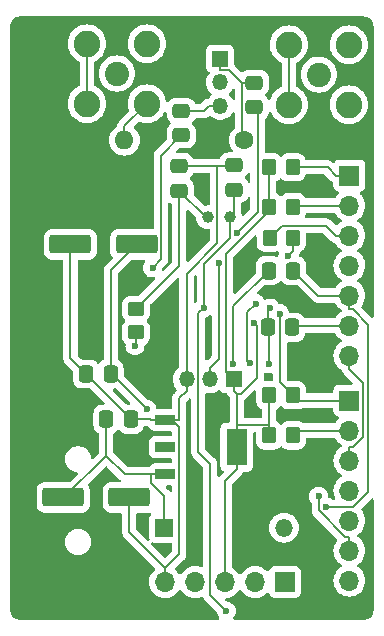
<source format=gbr>
%TF.GenerationSoftware,KiCad,Pcbnew,8.0.4*%
%TF.CreationDate,2025-05-02T23:49:30+05:30*%
%TF.ProjectId,Si4732Board,53693437-3332-4426-9f61-72642e6b6963,rev?*%
%TF.SameCoordinates,Original*%
%TF.FileFunction,Copper,L1,Top*%
%TF.FilePolarity,Positive*%
%FSLAX46Y46*%
G04 Gerber Fmt 4.6, Leading zero omitted, Abs format (unit mm)*
G04 Created by KiCad (PCBNEW 8.0.4) date 2025-05-02 23:49:30*
%MOMM*%
%LPD*%
G01*
G04 APERTURE LIST*
G04 Aperture macros list*
%AMRoundRect*
0 Rectangle with rounded corners*
0 $1 Rounding radius*
0 $2 $3 $4 $5 $6 $7 $8 $9 X,Y pos of 4 corners*
0 Add a 4 corners polygon primitive as box body*
4,1,4,$2,$3,$4,$5,$6,$7,$8,$9,$2,$3,0*
0 Add four circle primitives for the rounded corners*
1,1,$1+$1,$2,$3*
1,1,$1+$1,$4,$5*
1,1,$1+$1,$6,$7*
1,1,$1+$1,$8,$9*
0 Add four rect primitives between the rounded corners*
20,1,$1+$1,$2,$3,$4,$5,0*
20,1,$1+$1,$4,$5,$6,$7,0*
20,1,$1+$1,$6,$7,$8,$9,0*
20,1,$1+$1,$8,$9,$2,$3,0*%
G04 Aperture macros list end*
%TA.AperFunction,SMDPad,CuDef*%
%ADD10R,1.761200X0.850800*%
%TD*%
%TA.AperFunction,SMDPad,CuDef*%
%ADD11R,1.761200X3.150799*%
%TD*%
%TA.AperFunction,ComponentPad*%
%ADD12R,1.700000X1.700000*%
%TD*%
%TA.AperFunction,ComponentPad*%
%ADD13O,1.700000X1.700000*%
%TD*%
%TA.AperFunction,ComponentPad*%
%ADD14R,1.350000X1.350000*%
%TD*%
%TA.AperFunction,ComponentPad*%
%ADD15O,1.350000X1.350000*%
%TD*%
%TA.AperFunction,ComponentPad*%
%ADD16C,2.050000*%
%TD*%
%TA.AperFunction,ComponentPad*%
%ADD17C,2.250000*%
%TD*%
%TA.AperFunction,SMDPad,CuDef*%
%ADD18RoundRect,0.250000X-0.350000X-0.450000X0.350000X-0.450000X0.350000X0.450000X-0.350000X0.450000X0*%
%TD*%
%TA.AperFunction,ComponentPad*%
%ADD19C,1.000000*%
%TD*%
%TA.AperFunction,ComponentPad*%
%ADD20R,1.500000X1.500000*%
%TD*%
%TA.AperFunction,ComponentPad*%
%ADD21O,1.500000X1.500000*%
%TD*%
%TA.AperFunction,SMDPad,CuDef*%
%ADD22RoundRect,0.250000X-0.450000X0.350000X-0.450000X-0.350000X0.450000X-0.350000X0.450000X0.350000X0*%
%TD*%
%TA.AperFunction,SMDPad,CuDef*%
%ADD23RoundRect,0.250000X0.337500X0.475000X-0.337500X0.475000X-0.337500X-0.475000X0.337500X-0.475000X0*%
%TD*%
%TA.AperFunction,SMDPad,CuDef*%
%ADD24RoundRect,0.250000X0.475000X-0.337500X0.475000X0.337500X-0.475000X0.337500X-0.475000X-0.337500X0*%
%TD*%
%TA.AperFunction,SMDPad,CuDef*%
%ADD25RoundRect,0.250000X-0.337500X-0.475000X0.337500X-0.475000X0.337500X0.475000X-0.337500X0.475000X0*%
%TD*%
%TA.AperFunction,SMDPad,CuDef*%
%ADD26RoundRect,0.250000X-0.475000X0.337500X-0.475000X-0.337500X0.475000X-0.337500X0.475000X0.337500X0*%
%TD*%
%TA.AperFunction,SMDPad,CuDef*%
%ADD27RoundRect,0.250000X1.500000X0.550000X-1.500000X0.550000X-1.500000X-0.550000X1.500000X-0.550000X0*%
%TD*%
%TA.AperFunction,SMDPad,CuDef*%
%ADD28RoundRect,0.250000X-1.500000X-0.550000X1.500000X-0.550000X1.500000X0.550000X-1.500000X0.550000X0*%
%TD*%
%TA.AperFunction,ComponentPad*%
%ADD29C,1.600000*%
%TD*%
%TA.AperFunction,ComponentPad*%
%ADD30O,1.600000X1.600000*%
%TD*%
%TA.AperFunction,ViaPad*%
%ADD31C,0.600000*%
%TD*%
%TA.AperFunction,Conductor*%
%ADD32C,0.200000*%
%TD*%
G04 APERTURE END LIST*
D10*
%TO.P,U1,1,GND*%
%TO.N,GND*%
X136475000Y-104985000D03*
%TO.P,U1,2,VOUT*%
%TO.N,unconnected-(U1-VOUT-Pad2)*%
X136475000Y-107285000D03*
%TO.P,U1,3,VIN*%
%TO.N,Net-(D1-K)*%
X136475000Y-109585000D03*
D11*
%TO.P,U1,4,VOUT*%
%TO.N,3V3R2*%
X142525000Y-107285000D03*
%TD*%
D12*
%TO.P,J3,1,Pin_1*%
%TO.N,SCL*%
X152065000Y-103335000D03*
D13*
%TO.P,J3,2,Pin_2*%
%TO.N,SDA*%
X152065000Y-105875000D03*
%TO.P,J3,3,Pin_3*%
%TO.N,GND*%
X152065000Y-108415000D03*
%TO.P,J3,4,Pin_4*%
%TO.N,DOUT*%
X152065000Y-110955000D03*
%TO.P,J3,5,Pin_5*%
%TO.N,DFS*%
X152065000Y-113495000D03*
%TO.P,J3,6,Pin_6*%
%TO.N,GPIO2*%
X152065000Y-116035000D03*
%TO.P,J3,7,Pin_7*%
%TO.N,RCLK*%
X152065000Y-118575000D03*
%TD*%
D14*
%TO.P,J7,1,Pin_1*%
%TO.N,AMANT*%
X141125000Y-74385000D03*
D15*
%TO.P,J7,2,Pin_2*%
%TO.N,RFGND*%
X141125000Y-76385000D03*
%TO.P,J7,3,Pin_3*%
%TO.N,FMANT*%
X141125000Y-78385000D03*
%TD*%
D16*
%TO.P,J5,1,In*%
%TO.N,FMANT*%
X132385000Y-75645000D03*
D17*
%TO.P,J5,2,Ext*%
%TO.N,RFGND*%
X134925000Y-73105000D03*
X129845000Y-73105000D03*
X134925000Y-78185000D03*
X129845000Y-78185000D03*
%TD*%
D18*
%TO.P,R1,1*%
%TO.N,3V3R2*%
X145275000Y-106285000D03*
%TO.P,R1,2*%
%TO.N,SDA*%
X147275000Y-106285000D03*
%TD*%
D19*
%TO.P,Y1,1,1*%
%TO.N,Net-(C9-Pad1)*%
X140075000Y-87810000D03*
%TO.P,Y1,2,2*%
%TO.N,RCLK*%
X141975000Y-87810000D03*
%TD*%
D20*
%TO.P,D1,1,K*%
%TO.N,Net-(D1-K)*%
X136365000Y-114110000D03*
D21*
%TO.P,D1,2,A*%
%TO.N,9V*%
X146525000Y-114110000D03*
%TD*%
D12*
%TO.P,J4,1,Pin_1*%
%TO.N,SCL1*%
X152065000Y-84285000D03*
D13*
%TO.P,J4,2,Pin_2*%
%TO.N,SDA1*%
X152065000Y-86825000D03*
%TO.P,J4,3,Pin_3*%
%TO.N,RST*%
X152065000Y-89365000D03*
%TO.P,J4,4,Pin_4*%
%TO.N,3V3R2*%
X152065000Y-91905000D03*
%TO.P,J4,5,Pin_5*%
%TO.N,ROUT*%
X152065000Y-94445000D03*
%TO.P,J4,6,Pin_6*%
%TO.N,LOUT*%
X152065000Y-96985000D03*
%TO.P,J4,7,Pin_7*%
%TO.N,GND*%
X152065000Y-99525000D03*
%TD*%
D18*
%TO.P,R3,1*%
%TO.N,3V3R2*%
X145275000Y-86935000D03*
%TO.P,R3,2*%
%TO.N,SDA1*%
X147275000Y-86935000D03*
%TD*%
D22*
%TO.P,R5,1*%
%TO.N,Net-(C9-Pad1)*%
X134000000Y-95560000D03*
%TO.P,R5,2*%
%TO.N,DCLK*%
X134000000Y-97560000D03*
%TD*%
D23*
%TO.P,C5,1*%
%TO.N,LOUT*%
X147225000Y-97135000D03*
%TO.P,C5,2*%
%TO.N,DFS*%
X145150000Y-97135000D03*
%TD*%
D24*
%TO.P,C9,1*%
%TO.N,Net-(C9-Pad1)*%
X137650000Y-85560000D03*
%TO.P,C9,2*%
%TO.N,GND*%
X137650000Y-83485000D03*
%TD*%
D25*
%TO.P,C1,1*%
%TO.N,Net-(D1-K)*%
X131475000Y-104910000D03*
%TO.P,C1,2*%
%TO.N,GND*%
X133550000Y-104910000D03*
%TD*%
D23*
%TO.P,C3,1*%
%TO.N,3V3R2*%
X131850000Y-101085000D03*
%TO.P,C3,2*%
%TO.N,GND*%
X129775000Y-101085000D03*
%TD*%
D18*
%TO.P,R2,1*%
%TO.N,3V3R2*%
X145275000Y-102885000D03*
%TO.P,R2,2*%
%TO.N,SCL*%
X147275000Y-102885000D03*
%TD*%
D26*
%TO.P,C10,1*%
%TO.N,AMANT*%
X144025000Y-76435000D03*
%TO.P,C10,2*%
%TO.N,Net-(U2-AMI)*%
X144025000Y-78510000D03*
%TD*%
D24*
%TO.P,C7,1*%
%TO.N,Net-(U2-FMI)*%
X137825000Y-80885000D03*
%TO.P,C7,2*%
%TO.N,FMANT*%
X137825000Y-78810000D03*
%TD*%
D18*
%TO.P,R6,1*%
%TO.N,RST*%
X145300000Y-89560000D03*
%TO.P,R6,2*%
%TO.N,Net-(U2-\u002ARST)*%
X147300000Y-89560000D03*
%TD*%
D12*
%TO.P,J2,1,Pin_1*%
%TO.N,GND*%
X146625000Y-118685000D03*
D13*
%TO.P,J2,2,Pin_2*%
X144085000Y-118685000D03*
%TO.P,J2,3,Pin_3*%
%TO.N,3V3R2*%
X141545000Y-118685000D03*
%TO.P,J2,4,Pin_4*%
%TO.N,9V*%
X139005000Y-118685000D03*
%TO.P,J2,5,Pin_5*%
%TO.N,GND*%
X136465000Y-118685000D03*
%TD*%
D18*
%TO.P,R4,1*%
%TO.N,3V3R2*%
X145250000Y-83585000D03*
%TO.P,R4,2*%
%TO.N,SCL1*%
X147250000Y-83585000D03*
%TD*%
D24*
%TO.P,C8,1*%
%TO.N,RCLK*%
X142300000Y-85485000D03*
%TO.P,C8,2*%
%TO.N,GND*%
X142300000Y-83410000D03*
%TD*%
D27*
%TO.P,C4,1*%
%TO.N,3V3R2*%
X134050000Y-90110000D03*
%TO.P,C4,2*%
%TO.N,GND*%
X128450000Y-90110000D03*
%TD*%
D16*
%TO.P,J1,1,In*%
%TO.N,AMANT*%
X149475000Y-75735000D03*
D17*
%TO.P,J1,2,Ext*%
%TO.N,RFGND*%
X146935000Y-73195000D03*
X146935000Y-78275000D03*
X152015000Y-73195000D03*
X152015000Y-78275000D03*
%TD*%
D14*
%TO.P,J6,1,Pin_1*%
%TO.N,3V3R2*%
X142275000Y-101535000D03*
D15*
%TO.P,J6,2,Pin_2*%
%TO.N,SEN*%
X140275000Y-101535000D03*
%TO.P,J6,3,Pin_3*%
%TO.N,GND*%
X138275000Y-101535000D03*
%TD*%
D25*
%TO.P,C6,1*%
%TO.N,DOUT*%
X145225000Y-92335000D03*
%TO.P,C6,2*%
%TO.N,ROUT*%
X147300000Y-92335000D03*
%TD*%
D28*
%TO.P,C2,1*%
%TO.N,Net-(D1-K)*%
X127825000Y-111535000D03*
%TO.P,C2,2*%
%TO.N,GND*%
X133425000Y-111535000D03*
%TD*%
D29*
%TO.P,L1,1,1*%
%TO.N,AMANT*%
X143175000Y-81285000D03*
D30*
%TO.P,L1,2,2*%
%TO.N,RFGND*%
X133015000Y-81285000D03*
%TD*%
D31*
%TO.N,3V3R2*%
X144019800Y-96790000D03*
X134927000Y-104059300D03*
%TO.N,SDA*%
X143606800Y-100183800D03*
X144124600Y-95120600D03*
%TO.N,SCL*%
X146174000Y-95972800D03*
%TO.N,ROUT*%
X150057300Y-112321300D03*
%TO.N,DFS*%
X145354000Y-95498000D03*
X145220800Y-100210800D03*
%TO.N,DOUT*%
X142246300Y-100230700D03*
%TO.N,Net-(U2-FMI)*%
X135394600Y-92107300D03*
%TO.N,RCLK*%
X139770200Y-95456800D03*
X141634900Y-121156100D03*
%TO.N,Net-(U2-AMI)*%
X142525400Y-89148600D03*
%TO.N,GPIO2*%
X149455500Y-111445300D03*
%TO.N,SEN*%
X141000800Y-91677100D03*
%TO.N,DCLK*%
X133909800Y-98707400D03*
%TO.N,Net-(U2-\u002ARST)*%
X146866600Y-91075500D03*
%TD*%
D32*
%TO.N,AMANT*%
X144025000Y-76435000D02*
X142982800Y-76435000D01*
X141125000Y-75361700D02*
X141909500Y-75361700D01*
X142982800Y-76435000D02*
X142982800Y-81092800D01*
X142982800Y-81092800D02*
X143175000Y-81285000D01*
X141909500Y-75361700D02*
X142982800Y-76435000D01*
X141125000Y-74385000D02*
X141125000Y-75361700D01*
%TO.N,FMANT*%
X137825000Y-78810000D02*
X139723300Y-78810000D01*
X139723300Y-78810000D02*
X140148300Y-78385000D01*
X141125000Y-78385000D02*
X140148300Y-78385000D01*
%TO.N,RFGND*%
X133015000Y-81285000D02*
X133015000Y-80095000D01*
X133015000Y-80095000D02*
X134925000Y-78185000D01*
X146935000Y-73195000D02*
X146935000Y-78275000D01*
X129845000Y-73105000D02*
X129845000Y-78185000D01*
%TO.N,3V3R2*%
X145275000Y-86935000D02*
X145250000Y-86910000D01*
X142275000Y-101535000D02*
X141640800Y-100900800D01*
X145275000Y-105407900D02*
X145275000Y-102885000D01*
X131850000Y-92310000D02*
X134050000Y-90110000D01*
X142525000Y-107285000D02*
X142525000Y-109162100D01*
X145275000Y-106285000D02*
X145275000Y-105407900D01*
X141640800Y-90884100D02*
X145275000Y-87249900D01*
X141545000Y-110142100D02*
X142525000Y-109162100D01*
X142525000Y-107285000D02*
X142525000Y-105407900D01*
X131952700Y-101085000D02*
X131850000Y-101085000D01*
X134927000Y-104059300D02*
X131952700Y-101085000D01*
X145275000Y-105407900D02*
X142525000Y-105407900D01*
X142525000Y-105407900D02*
X142525000Y-102761700D01*
X144208500Y-101409000D02*
X144208500Y-96979900D01*
X131850000Y-101085000D02*
X131850000Y-92310000D01*
X142525000Y-102761700D02*
X142855800Y-102761700D01*
X144208500Y-96979900D02*
X144019800Y-96791200D01*
X145250000Y-86910000D02*
X145250000Y-83585000D01*
X142525000Y-102761700D02*
X142275000Y-102511700D01*
X145275000Y-87249900D02*
X145275000Y-86935000D01*
X141545000Y-118685000D02*
X141545000Y-110142100D01*
X141640800Y-100900800D02*
X141640800Y-90884100D01*
X142275000Y-101535000D02*
X142275000Y-102511700D01*
X144019800Y-96791200D02*
X144019800Y-96790000D01*
X142855800Y-102761700D02*
X144208500Y-101409000D01*
%TO.N,Net-(D1-K)*%
X135292700Y-110312100D02*
X135292700Y-109585000D01*
X135292700Y-109585000D02*
X133073800Y-109585000D01*
X133073800Y-109585000D02*
X131475000Y-107986200D01*
X136365000Y-111384400D02*
X135292700Y-110312100D01*
X127926200Y-111535000D02*
X131475000Y-107986200D01*
X136365000Y-114110000D02*
X136365000Y-113058300D01*
X135294200Y-109585000D02*
X135292700Y-109585000D01*
X131475000Y-107986200D02*
X131475000Y-104910000D01*
X135393600Y-109585000D02*
X135294200Y-109585000D01*
X136475000Y-109585000D02*
X135393600Y-109585000D01*
X127825000Y-111535000D02*
X127926200Y-111535000D01*
X136365000Y-113058300D02*
X136365000Y-111384400D01*
%TO.N,SDA*%
X143606800Y-100183800D02*
X143405500Y-99982500D01*
X143405500Y-99982500D02*
X143405500Y-95839700D01*
X147685000Y-105875000D02*
X147275000Y-106285000D01*
X143405500Y-95839700D02*
X144124600Y-95120600D01*
X152065000Y-105875000D02*
X147685000Y-105875000D01*
%TO.N,LOUT*%
X147375000Y-96985000D02*
X147225000Y-97135000D01*
X152065000Y-96985000D02*
X147375000Y-96985000D01*
%TO.N,SCL*%
X146174000Y-95972800D02*
X146174000Y-101784000D01*
X152065000Y-103335000D02*
X147725000Y-103335000D01*
X146174000Y-101784000D02*
X147275000Y-102885000D01*
X147725000Y-103335000D02*
X147275000Y-102885000D01*
%TO.N,ROUT*%
X152333500Y-95596700D02*
X152065000Y-95596700D01*
X150055700Y-112321300D02*
X150057300Y-112321300D01*
X152355200Y-112321300D02*
X153631300Y-111045200D01*
X151311600Y-112321300D02*
X150055700Y-112321300D01*
X149410000Y-94445000D02*
X147300000Y-92335000D01*
X153631300Y-96894500D02*
X152333500Y-95596700D01*
X152065000Y-94445000D02*
X152065000Y-95596700D01*
X150913300Y-94445000D02*
X149410000Y-94445000D01*
X152065000Y-94445000D02*
X150913300Y-94445000D01*
X150055700Y-112321300D02*
X151311600Y-112321300D01*
X150055700Y-112321300D02*
X152355200Y-112321300D01*
X153631300Y-111045200D02*
X153631300Y-96894500D01*
%TO.N,RST*%
X146342400Y-88517600D02*
X150065900Y-88517600D01*
X150065900Y-88517600D02*
X150913300Y-89365000D01*
X145300000Y-89560000D02*
X146342400Y-88517600D01*
X152065000Y-89365000D02*
X150913300Y-89365000D01*
%TO.N,GND*%
X152353000Y-107263300D02*
X153223000Y-106393300D01*
X140895500Y-83485000D02*
X140895500Y-89963000D01*
X153223000Y-106393300D02*
X153223000Y-101834700D01*
X136475000Y-104985000D02*
X137066200Y-104985000D01*
X152065000Y-108415000D02*
X152065000Y-107263300D01*
X140895500Y-83485000D02*
X142225000Y-83485000D01*
X133550000Y-104910000D02*
X135217700Y-104910000D01*
X128450000Y-99760000D02*
X129775000Y-101085000D01*
X133550000Y-104860000D02*
X133550000Y-104910000D01*
X140895500Y-89963000D02*
X138275000Y-92583500D01*
X152065000Y-99525000D02*
X152065000Y-100676700D01*
X129775000Y-101085000D02*
X133550000Y-104860000D01*
X136465000Y-117533300D02*
X133425000Y-114493300D01*
X137066200Y-104985000D02*
X137657300Y-105576100D01*
X138275000Y-101535000D02*
X138275000Y-102511700D01*
X142225000Y-83485000D02*
X142300000Y-83410000D01*
X128450000Y-90110000D02*
X128450000Y-99760000D01*
X138275000Y-92583500D02*
X138275000Y-101535000D01*
X133425000Y-114493300D02*
X133425000Y-111535000D01*
X138275000Y-102511700D02*
X137657300Y-103129400D01*
X137066200Y-104985000D02*
X137657300Y-104985000D01*
X137657300Y-116341000D02*
X136465000Y-117533300D01*
X137657300Y-105576100D02*
X137657300Y-116341000D01*
X137657300Y-103129400D02*
X137657300Y-104985000D01*
X136475000Y-104985000D02*
X135292700Y-104985000D01*
X153223000Y-101834700D02*
X152065000Y-100676700D01*
X137650000Y-83485000D02*
X140895500Y-83485000D01*
X152065000Y-107263300D02*
X152353000Y-107263300D01*
X135217700Y-104910000D02*
X135292700Y-104985000D01*
X136465000Y-118685000D02*
X136465000Y-117533300D01*
%TO.N,DFS*%
X145150000Y-97135000D02*
X145220800Y-97205800D01*
X145150000Y-95702000D02*
X145150000Y-97135000D01*
X145354000Y-95498000D02*
X145150000Y-95702000D01*
X145220800Y-97205800D02*
X145220800Y-100210800D01*
X145150000Y-95702000D02*
X145354000Y-95498000D01*
X145354000Y-95498000D02*
X145150000Y-95702000D01*
%TO.N,DOUT*%
X142246300Y-95313700D02*
X145225000Y-92335000D01*
X142246300Y-100230700D02*
X142246300Y-95313700D01*
%TO.N,Net-(U2-FMI)*%
X136113600Y-91388300D02*
X136113600Y-82596300D01*
X136113700Y-82596300D02*
X137825000Y-80885000D01*
X136113600Y-82596300D02*
X136113700Y-82596300D01*
X135394600Y-92107300D02*
X136113600Y-91388300D01*
%TO.N,RCLK*%
X141975000Y-87810000D02*
X142300000Y-87485000D01*
X142300000Y-87485000D02*
X142300000Y-85485000D01*
X140275000Y-119796200D02*
X141634900Y-121156100D01*
X139770200Y-95456800D02*
X139275100Y-95951900D01*
X141923700Y-89578500D02*
X141923700Y-87861300D01*
X139770200Y-91732000D02*
X141923700Y-89578500D01*
X140275000Y-108706200D02*
X140275000Y-119796200D01*
X139770200Y-95456800D02*
X139770200Y-91732000D01*
X139275100Y-95951900D02*
X139275100Y-107706300D01*
X141923700Y-87861300D02*
X141975000Y-87810000D01*
X139275100Y-107706300D02*
X140275000Y-108706200D01*
%TO.N,Net-(C9-Pad1)*%
X134000000Y-95560000D02*
X137650000Y-91910000D01*
X139900000Y-87810000D02*
X137650000Y-85560000D01*
X137650000Y-91910000D02*
X137650000Y-85560000D01*
X140075000Y-87810000D02*
X139900000Y-87810000D01*
%TO.N,Net-(U2-AMI)*%
X144025000Y-78510000D02*
X144286100Y-78771100D01*
X142525400Y-89148600D02*
X144148500Y-87525500D01*
X144148500Y-87525500D02*
X142525400Y-89148600D01*
X144286100Y-87387900D02*
X142525400Y-89148600D01*
X144286100Y-78771100D02*
X144286100Y-87387900D01*
%TO.N,GPIO2*%
X152065000Y-116035000D02*
X152065000Y-114883300D01*
X152065000Y-114883300D02*
X151705100Y-114883300D01*
X149455500Y-112633700D02*
X149455500Y-111445300D01*
X151705100Y-114883300D02*
X149455500Y-112633700D01*
X149455500Y-111445300D02*
X149455500Y-111527900D01*
X149455500Y-111527900D02*
X149455500Y-111445300D01*
%TO.N,SDA1*%
X152065000Y-86825000D02*
X147385000Y-86825000D01*
X147385000Y-86825000D02*
X147275000Y-86935000D01*
%TO.N,SCL1*%
X150213300Y-83585000D02*
X150913300Y-84285000D01*
X152065000Y-84285000D02*
X150913300Y-84285000D01*
X147250000Y-83585000D02*
X150213300Y-83585000D01*
%TO.N,SEN*%
X140275000Y-100558300D02*
X141000800Y-99832500D01*
X140275000Y-101535000D02*
X140275000Y-100558300D01*
X141000800Y-99832500D02*
X141000800Y-91677100D01*
%TO.N,DCLK*%
X133932400Y-98684800D02*
X133909800Y-98707400D01*
X134000000Y-98617200D02*
X134000000Y-97560000D01*
X133909800Y-98707400D02*
X134000000Y-98617200D01*
X133909800Y-98707400D02*
X133932400Y-98684800D01*
%TO.N,Net-(U2-\u002ARST)*%
X147300000Y-90642100D02*
X147300000Y-89560000D01*
X146866600Y-91075500D02*
X147300000Y-90642100D01*
%TD*%
%TA.AperFunction,NonConductor*%
G36*
X142328806Y-76922409D02*
G01*
X142372761Y-76976721D01*
X142382300Y-77024414D01*
X142382300Y-77745585D01*
X142362615Y-77812624D01*
X142309811Y-77858379D01*
X142240653Y-77868323D01*
X142177097Y-77839298D01*
X142147300Y-77800857D01*
X142134809Y-77775773D01*
X142128712Y-77763528D01*
X141997427Y-77589678D01*
X141873423Y-77476634D01*
X141837145Y-77416927D01*
X141838905Y-77347079D01*
X141873423Y-77293365D01*
X141997427Y-77180322D01*
X142128712Y-77006472D01*
X142128713Y-77006470D01*
X142147300Y-76969143D01*
X142194803Y-76917905D01*
X142262465Y-76900484D01*
X142328806Y-76922409D01*
G37*
%TD.AperFunction*%
%TA.AperFunction,NonConductor*%
G36*
X142328806Y-78922409D02*
G01*
X142372761Y-78976721D01*
X142382300Y-79024414D01*
X142382300Y-80188164D01*
X142362615Y-80255203D01*
X142338009Y-80283151D01*
X142335863Y-80284951D01*
X142174951Y-80445862D01*
X142044432Y-80632265D01*
X142044431Y-80632267D01*
X141948261Y-80838502D01*
X141948258Y-80838511D01*
X141889366Y-81058302D01*
X141889364Y-81058313D01*
X141869532Y-81284998D01*
X141869532Y-81285001D01*
X141889364Y-81511686D01*
X141889366Y-81511697D01*
X141948258Y-81731488D01*
X141948261Y-81731497D01*
X142044431Y-81937732D01*
X142044432Y-81937734D01*
X142176870Y-82126877D01*
X142199197Y-82193083D01*
X142182187Y-82260851D01*
X142131238Y-82308663D01*
X142075295Y-82322000D01*
X141774999Y-82322000D01*
X141774980Y-82322001D01*
X141672203Y-82332500D01*
X141672200Y-82332501D01*
X141505668Y-82387685D01*
X141505663Y-82387687D01*
X141356342Y-82479789D01*
X141232289Y-82603842D01*
X141140187Y-82753163D01*
X141140186Y-82753166D01*
X141124831Y-82799505D01*
X141085058Y-82856950D01*
X141020541Y-82883772D01*
X141007125Y-82884500D01*
X138913768Y-82884500D01*
X138846729Y-82864815D01*
X138808229Y-82825597D01*
X138802102Y-82815663D01*
X138717712Y-82678844D01*
X138593656Y-82554788D01*
X138500888Y-82497569D01*
X138444336Y-82462687D01*
X138444331Y-82462685D01*
X138442862Y-82462198D01*
X138277797Y-82407501D01*
X138277795Y-82407500D01*
X138175016Y-82397000D01*
X138175009Y-82397000D01*
X137461596Y-82397000D01*
X137394557Y-82377315D01*
X137348802Y-82324511D01*
X137338858Y-82255353D01*
X137367883Y-82191797D01*
X137373915Y-82185319D01*
X137549916Y-82009318D01*
X137611239Y-81975833D01*
X137637597Y-81972999D01*
X138350002Y-81972999D01*
X138350008Y-81972999D01*
X138452797Y-81962499D01*
X138619334Y-81907314D01*
X138768656Y-81815212D01*
X138892712Y-81691156D01*
X138984814Y-81541834D01*
X139039999Y-81375297D01*
X139050500Y-81272509D01*
X139050499Y-80497492D01*
X139039999Y-80394703D01*
X138984814Y-80228166D01*
X138892712Y-80078844D01*
X138768656Y-79954788D01*
X138765819Y-79953038D01*
X138764283Y-79951330D01*
X138762989Y-79950307D01*
X138763163Y-79950085D01*
X138719096Y-79901094D01*
X138707872Y-79832132D01*
X138735713Y-79768049D01*
X138765817Y-79741962D01*
X138768656Y-79740212D01*
X138892712Y-79616156D01*
X138983229Y-79469402D01*
X139035177Y-79422679D01*
X139088768Y-79410500D01*
X139636631Y-79410500D01*
X139636647Y-79410501D01*
X139644243Y-79410501D01*
X139802354Y-79410501D01*
X139802357Y-79410501D01*
X139955085Y-79369577D01*
X140022461Y-79330677D01*
X140092016Y-79290520D01*
X140142509Y-79240026D01*
X140203830Y-79206542D01*
X140273522Y-79211526D01*
X140313726Y-79236070D01*
X140413568Y-79327088D01*
X140413575Y-79327092D01*
X140413576Y-79327093D01*
X140598786Y-79441770D01*
X140598792Y-79441773D01*
X140621664Y-79450633D01*
X140801931Y-79520470D01*
X141016074Y-79560500D01*
X141016076Y-79560500D01*
X141233924Y-79560500D01*
X141233926Y-79560500D01*
X141448069Y-79520470D01*
X141651210Y-79441772D01*
X141836432Y-79327088D01*
X141997427Y-79180322D01*
X142128712Y-79006472D01*
X142136152Y-78991531D01*
X142147300Y-78969143D01*
X142194803Y-78917905D01*
X142262465Y-78900484D01*
X142328806Y-78922409D01*
G37*
%TD.AperFunction*%
%TA.AperFunction,NonConductor*%
G36*
X143641053Y-84042813D02*
G01*
X143679910Y-84100882D01*
X143685600Y-84138014D01*
X143685600Y-84756985D01*
X143665915Y-84824024D01*
X143613111Y-84869779D01*
X143543953Y-84879723D01*
X143480397Y-84850698D01*
X143456061Y-84822082D01*
X143367712Y-84678844D01*
X143243656Y-84554788D01*
X143240819Y-84553038D01*
X143239283Y-84551330D01*
X143237989Y-84550307D01*
X143238163Y-84550085D01*
X143194096Y-84501094D01*
X143182872Y-84432132D01*
X143210713Y-84368049D01*
X143240817Y-84341962D01*
X143243656Y-84340212D01*
X143367712Y-84216156D01*
X143456061Y-84072917D01*
X143508009Y-84026193D01*
X143576971Y-84014970D01*
X143641053Y-84042813D01*
G37*
%TD.AperFunction*%
%TA.AperFunction,NonConductor*%
G36*
X149980242Y-84205185D02*
G01*
X150000884Y-84221819D01*
X150428439Y-84649374D01*
X150428449Y-84649385D01*
X150432779Y-84653715D01*
X150432780Y-84653716D01*
X150544584Y-84765520D01*
X150544586Y-84765521D01*
X150544590Y-84765524D01*
X150652499Y-84827825D01*
X150700715Y-84878391D01*
X150714500Y-84935212D01*
X150714500Y-85182869D01*
X150714501Y-85182876D01*
X150720908Y-85242483D01*
X150771202Y-85377328D01*
X150771206Y-85377335D01*
X150857452Y-85492544D01*
X150857455Y-85492547D01*
X150972664Y-85578793D01*
X150972671Y-85578797D01*
X151104081Y-85627810D01*
X151160015Y-85669681D01*
X151184432Y-85735145D01*
X151169580Y-85803418D01*
X151148430Y-85831673D01*
X151026503Y-85953600D01*
X150890965Y-86147170D01*
X150890962Y-86147175D01*
X150888289Y-86152909D01*
X150842115Y-86205346D01*
X150775909Y-86224500D01*
X148415310Y-86224500D01*
X148348271Y-86204815D01*
X148309771Y-86165597D01*
X148298867Y-86147918D01*
X148217712Y-86016344D01*
X148093656Y-85892288D01*
X148000888Y-85835069D01*
X147944336Y-85800187D01*
X147944331Y-85800185D01*
X147935492Y-85797256D01*
X147777797Y-85745001D01*
X147777795Y-85745000D01*
X147675010Y-85734500D01*
X146874998Y-85734500D01*
X146874980Y-85734501D01*
X146772203Y-85745000D01*
X146772200Y-85745001D01*
X146605668Y-85800185D01*
X146605663Y-85800187D01*
X146456342Y-85892289D01*
X146362681Y-85985951D01*
X146301358Y-86019436D01*
X146231666Y-86014452D01*
X146187319Y-85985951D01*
X146093657Y-85892289D01*
X146093656Y-85892288D01*
X145944334Y-85800186D01*
X145944333Y-85800185D01*
X145944332Y-85800185D01*
X145935493Y-85797256D01*
X145878049Y-85757482D01*
X145851228Y-85692965D01*
X145850500Y-85679551D01*
X145850500Y-84830908D01*
X145870185Y-84763869D01*
X145914271Y-84725363D01*
X145913187Y-84723605D01*
X145919332Y-84719814D01*
X145919334Y-84719814D01*
X146068656Y-84627712D01*
X146162319Y-84534049D01*
X146223642Y-84500564D01*
X146293334Y-84505548D01*
X146337681Y-84534049D01*
X146431344Y-84627712D01*
X146580666Y-84719814D01*
X146747203Y-84774999D01*
X146849991Y-84785500D01*
X147650008Y-84785499D01*
X147650016Y-84785498D01*
X147650019Y-84785498D01*
X147706302Y-84779748D01*
X147752797Y-84774999D01*
X147919334Y-84719814D01*
X148068656Y-84627712D01*
X148192712Y-84503656D01*
X148284814Y-84354334D01*
X148312595Y-84270495D01*
X148352368Y-84213051D01*
X148416884Y-84186228D01*
X148430301Y-84185500D01*
X149913203Y-84185500D01*
X149980242Y-84205185D01*
G37*
%TD.AperFunction*%
%TA.AperFunction,NonConductor*%
G36*
X140238039Y-84105185D02*
G01*
X140283794Y-84157989D01*
X140295000Y-84209500D01*
X140295000Y-86689513D01*
X140275315Y-86756552D01*
X140222511Y-86802307D01*
X140158847Y-86812916D01*
X140075001Y-86804659D01*
X140075000Y-86804659D01*
X139878868Y-86823975D01*
X139878865Y-86823976D01*
X139861249Y-86829320D01*
X139791382Y-86829942D01*
X139737577Y-86798341D01*
X139328548Y-86389312D01*
X138911818Y-85972582D01*
X138878333Y-85911259D01*
X138875499Y-85884901D01*
X138875499Y-85172498D01*
X138875498Y-85172481D01*
X138864999Y-85069703D01*
X138864998Y-85069700D01*
X138840146Y-84994703D01*
X138809814Y-84903166D01*
X138717712Y-84753844D01*
X138593656Y-84629788D01*
X138590819Y-84628038D01*
X138589283Y-84626330D01*
X138587989Y-84625307D01*
X138588163Y-84625085D01*
X138544096Y-84576094D01*
X138532872Y-84507132D01*
X138560713Y-84443049D01*
X138590817Y-84416962D01*
X138593656Y-84415212D01*
X138717712Y-84291156D01*
X138808229Y-84144402D01*
X138860177Y-84097679D01*
X138913768Y-84085500D01*
X140171000Y-84085500D01*
X140238039Y-84105185D01*
G37*
%TD.AperFunction*%
%TA.AperFunction,NonConductor*%
G36*
X143641053Y-86117813D02*
G01*
X143679910Y-86175882D01*
X143685600Y-86213014D01*
X143685600Y-87087802D01*
X143665915Y-87154841D01*
X143649281Y-87175483D01*
X143165467Y-87659296D01*
X143104144Y-87692781D01*
X143034452Y-87687797D01*
X142978519Y-87645925D01*
X142959126Y-87607613D01*
X142909854Y-87445185D01*
X142905839Y-87431948D01*
X142900500Y-87395953D01*
X142900500Y-86661085D01*
X142920185Y-86594046D01*
X142972989Y-86548291D01*
X142985489Y-86543381D01*
X143094334Y-86507314D01*
X143243656Y-86415212D01*
X143367712Y-86291156D01*
X143456061Y-86147917D01*
X143508009Y-86101193D01*
X143576971Y-86089970D01*
X143641053Y-86117813D01*
G37*
%TD.AperFunction*%
%TA.AperFunction,NonConductor*%
G36*
X150842948Y-87445185D02*
G01*
X150888292Y-87497097D01*
X150890965Y-87502830D01*
X151023970Y-87692781D01*
X151026501Y-87696395D01*
X151026506Y-87696402D01*
X151193597Y-87863493D01*
X151193603Y-87863498D01*
X151379158Y-87993425D01*
X151422783Y-88048002D01*
X151429977Y-88117500D01*
X151398454Y-88179855D01*
X151379158Y-88196575D01*
X151193597Y-88326505D01*
X151046500Y-88473603D01*
X150985177Y-88507088D01*
X150915485Y-88502104D01*
X150871138Y-88473603D01*
X150553490Y-88155955D01*
X150553488Y-88155952D01*
X150434617Y-88037081D01*
X150434609Y-88037075D01*
X150331788Y-87977712D01*
X150331785Y-87977711D01*
X150297686Y-87958023D01*
X150297687Y-87958023D01*
X150236593Y-87941653D01*
X150144957Y-87917099D01*
X149986843Y-87917099D01*
X149979247Y-87917099D01*
X149979231Y-87917100D01*
X148400753Y-87917100D01*
X148333714Y-87897415D01*
X148287959Y-87844611D01*
X148278015Y-87775453D01*
X148295214Y-87728004D01*
X148309814Y-87704334D01*
X148364999Y-87537797D01*
X148365091Y-87536895D01*
X148365302Y-87536376D01*
X148366417Y-87531173D01*
X148367345Y-87531371D01*
X148391488Y-87472205D01*
X148448669Y-87432054D01*
X148488449Y-87425500D01*
X150775909Y-87425500D01*
X150842948Y-87445185D01*
G37*
%TD.AperFunction*%
%TA.AperFunction,NonConductor*%
G36*
X138455703Y-87215384D02*
G01*
X138462177Y-87221412D01*
X138771937Y-87531173D01*
X139040349Y-87799585D01*
X139073834Y-87860908D01*
X139076071Y-87875111D01*
X139088975Y-88006129D01*
X139146188Y-88194733D01*
X139239086Y-88368532D01*
X139239090Y-88368539D01*
X139364116Y-88520883D01*
X139516460Y-88645909D01*
X139516467Y-88645913D01*
X139690266Y-88738811D01*
X139690269Y-88738811D01*
X139690273Y-88738814D01*
X139878868Y-88796024D01*
X140075000Y-88815341D01*
X140158846Y-88807083D01*
X140227492Y-88820102D01*
X140278202Y-88868167D01*
X140295000Y-88930486D01*
X140295000Y-89662902D01*
X140275315Y-89729941D01*
X140258681Y-89750583D01*
X138462181Y-91547083D01*
X138400858Y-91580568D01*
X138331166Y-91575584D01*
X138275233Y-91533712D01*
X138250816Y-91468248D01*
X138250500Y-91459402D01*
X138250500Y-87309097D01*
X138270185Y-87242058D01*
X138322989Y-87196303D01*
X138392147Y-87186359D01*
X138455703Y-87215384D01*
G37*
%TD.AperFunction*%
%TA.AperFunction,NonConductor*%
G36*
X136877092Y-86589414D02*
G01*
X136964507Y-86618380D01*
X137021949Y-86658152D01*
X137048772Y-86722668D01*
X137049500Y-86736085D01*
X137049500Y-91609902D01*
X137029815Y-91676941D01*
X137013181Y-91697583D01*
X136399531Y-92311232D01*
X136338208Y-92344717D01*
X136268516Y-92339733D01*
X136212583Y-92297861D01*
X136188166Y-92232397D01*
X136188629Y-92209673D01*
X136189761Y-92199627D01*
X136216828Y-92135215D01*
X136225279Y-92125854D01*
X136594120Y-91757016D01*
X136673177Y-91620084D01*
X136714101Y-91467357D01*
X136714101Y-91309242D01*
X136714101Y-91301647D01*
X136714100Y-91301629D01*
X136714100Y-86707123D01*
X136733785Y-86640084D01*
X136786589Y-86594329D01*
X136855747Y-86584385D01*
X136877092Y-86589414D01*
G37*
%TD.AperFunction*%
%TA.AperFunction,NonConductor*%
G36*
X149832842Y-89137785D02*
G01*
X149853483Y-89154418D01*
X150544584Y-89845520D01*
X150544586Y-89845521D01*
X150544590Y-89845524D01*
X150681509Y-89924573D01*
X150681516Y-89924577D01*
X150802005Y-89956862D01*
X150861665Y-89993228D01*
X150882291Y-90024229D01*
X150890966Y-90042832D01*
X150890967Y-90042834D01*
X151026501Y-90236395D01*
X151026506Y-90236402D01*
X151193597Y-90403493D01*
X151193603Y-90403498D01*
X151379158Y-90533425D01*
X151422783Y-90588002D01*
X151429977Y-90657500D01*
X151398454Y-90719855D01*
X151379158Y-90736575D01*
X151193597Y-90866505D01*
X151026505Y-91033597D01*
X150890965Y-91227169D01*
X150890964Y-91227171D01*
X150791098Y-91441335D01*
X150791094Y-91441344D01*
X150729938Y-91669586D01*
X150729936Y-91669596D01*
X150709341Y-91904999D01*
X150709341Y-91905000D01*
X150729936Y-92140403D01*
X150729938Y-92140413D01*
X150791094Y-92368655D01*
X150791096Y-92368659D01*
X150791097Y-92368663D01*
X150875077Y-92548759D01*
X150890965Y-92582830D01*
X150890967Y-92582834D01*
X150984373Y-92716231D01*
X151017182Y-92763087D01*
X151026501Y-92776395D01*
X151026506Y-92776402D01*
X151193597Y-92943493D01*
X151193603Y-92943498D01*
X151379158Y-93073425D01*
X151422783Y-93128002D01*
X151429977Y-93197500D01*
X151398454Y-93259855D01*
X151379158Y-93276575D01*
X151193597Y-93406505D01*
X151026506Y-93573596D01*
X150890965Y-93767170D01*
X150890962Y-93767175D01*
X150888289Y-93772909D01*
X150842115Y-93825346D01*
X150775909Y-93844500D01*
X149710098Y-93844500D01*
X149643059Y-93824815D01*
X149622417Y-93808181D01*
X148424318Y-92610082D01*
X148390833Y-92548759D01*
X148387999Y-92522401D01*
X148387999Y-91809998D01*
X148387998Y-91809981D01*
X148377499Y-91707203D01*
X148377498Y-91707200D01*
X148362276Y-91661264D01*
X148322314Y-91540666D01*
X148230212Y-91391344D01*
X148106156Y-91267288D01*
X148013388Y-91210069D01*
X147956836Y-91175187D01*
X147956835Y-91175186D01*
X147956834Y-91175186D01*
X147873665Y-91147626D01*
X147816222Y-91107854D01*
X147789399Y-91043338D01*
X147801714Y-90974562D01*
X147805268Y-90967950D01*
X147833713Y-90918682D01*
X147859577Y-90873885D01*
X147884235Y-90781857D01*
X147920599Y-90722200D01*
X147965010Y-90696246D01*
X147969334Y-90694814D01*
X148118656Y-90602712D01*
X148242712Y-90478656D01*
X148334814Y-90329334D01*
X148389999Y-90162797D01*
X148400500Y-90060009D01*
X148400499Y-89242099D01*
X148420183Y-89175061D01*
X148472987Y-89129306D01*
X148524499Y-89118100D01*
X149765803Y-89118100D01*
X149832842Y-89137785D01*
G37*
%TD.AperFunction*%
%TA.AperFunction,NonConductor*%
G36*
X144118834Y-89357813D02*
G01*
X144174767Y-89399685D01*
X144199184Y-89465149D01*
X144199500Y-89473995D01*
X144199500Y-90060001D01*
X144199501Y-90060019D01*
X144210000Y-90162796D01*
X144210001Y-90162799D01*
X144234389Y-90236395D01*
X144265186Y-90329334D01*
X144357288Y-90478656D01*
X144481344Y-90602712D01*
X144630666Y-90694814D01*
X144797203Y-90749999D01*
X144899991Y-90760500D01*
X145700008Y-90760499D01*
X145700016Y-90760498D01*
X145700019Y-90760498D01*
X145756302Y-90754748D01*
X145802797Y-90749999D01*
X145936329Y-90705750D01*
X146006151Y-90703349D01*
X146066193Y-90739080D01*
X146097386Y-90801600D01*
X146092370Y-90864409D01*
X146081234Y-90896235D01*
X146081230Y-90896250D01*
X146060729Y-91078211D01*
X146033663Y-91142625D01*
X145976068Y-91182181D01*
X145906231Y-91184318D01*
X145885116Y-91176716D01*
X145881837Y-91175187D01*
X145881831Y-91175185D01*
X145715297Y-91120001D01*
X145715295Y-91120000D01*
X145612510Y-91109500D01*
X144837498Y-91109500D01*
X144837480Y-91109501D01*
X144734703Y-91120000D01*
X144734700Y-91120001D01*
X144568168Y-91175185D01*
X144568163Y-91175187D01*
X144418842Y-91267289D01*
X144294789Y-91391342D01*
X144202687Y-91540663D01*
X144202685Y-91540668D01*
X144181355Y-91605038D01*
X144147501Y-91707203D01*
X144147501Y-91707204D01*
X144147500Y-91707204D01*
X144137000Y-91809983D01*
X144137000Y-92522402D01*
X144117315Y-92589441D01*
X144100681Y-92610083D01*
X142452981Y-94257783D01*
X142391658Y-94291268D01*
X142321966Y-94286284D01*
X142266033Y-94244412D01*
X142241616Y-94178948D01*
X142241300Y-94170102D01*
X142241300Y-91184196D01*
X142260985Y-91117157D01*
X142277614Y-91096520D01*
X143987821Y-89386312D01*
X144049142Y-89352829D01*
X144118834Y-89357813D01*
G37*
%TD.AperFunction*%
%TA.AperFunction,NonConductor*%
G36*
X139089034Y-92721215D02*
G01*
X139144967Y-92763087D01*
X139169384Y-92828551D01*
X139169700Y-92837397D01*
X139169700Y-94874387D01*
X139150015Y-94941426D01*
X139142650Y-94951696D01*
X139140384Y-94954537D01*
X139104493Y-95011657D01*
X139052158Y-95057948D01*
X138983105Y-95068595D01*
X138919257Y-95040220D01*
X138880885Y-94981830D01*
X138875500Y-94945684D01*
X138875500Y-92883597D01*
X138895185Y-92816558D01*
X138911819Y-92795916D01*
X138958019Y-92749716D01*
X139019342Y-92716231D01*
X139089034Y-92721215D01*
G37*
%TD.AperFunction*%
%TA.AperFunction,NonConductor*%
G36*
X146341951Y-93245713D02*
G01*
X146368037Y-93275817D01*
X146369788Y-93278656D01*
X146493844Y-93402712D01*
X146643166Y-93494814D01*
X146809703Y-93549999D01*
X146912491Y-93560500D01*
X147624901Y-93560499D01*
X147691940Y-93580183D01*
X147712582Y-93596818D01*
X149041284Y-94925520D01*
X149041286Y-94925521D01*
X149041290Y-94925524D01*
X149162906Y-94995738D01*
X149178216Y-95004577D01*
X149330943Y-95045501D01*
X149330945Y-95045501D01*
X149496654Y-95045501D01*
X149496670Y-95045500D01*
X150775909Y-95045500D01*
X150842948Y-95065185D01*
X150888292Y-95117097D01*
X150890965Y-95122830D01*
X150999298Y-95277545D01*
X151026501Y-95316395D01*
X151026506Y-95316402D01*
X151193597Y-95483493D01*
X151193603Y-95483498D01*
X151379158Y-95613425D01*
X151422783Y-95668002D01*
X151429977Y-95737500D01*
X151398454Y-95799855D01*
X151379158Y-95816575D01*
X151193597Y-95946505D01*
X151026506Y-96113596D01*
X150890965Y-96307170D01*
X150890962Y-96307175D01*
X150888289Y-96312909D01*
X150842115Y-96365346D01*
X150775909Y-96384500D01*
X148343558Y-96384500D01*
X148276519Y-96364815D01*
X148238019Y-96325597D01*
X148230136Y-96312816D01*
X148155212Y-96191344D01*
X148031156Y-96067288D01*
X147881834Y-95975186D01*
X147715297Y-95920001D01*
X147715295Y-95920000D01*
X147612516Y-95909500D01*
X147612509Y-95909500D01*
X147083246Y-95909500D01*
X147016207Y-95889815D01*
X146970452Y-95837011D01*
X146960025Y-95799379D01*
X146959985Y-95799025D01*
X146959368Y-95793545D01*
X146899789Y-95623278D01*
X146803816Y-95470538D01*
X146676262Y-95342984D01*
X146633957Y-95316402D01*
X146523523Y-95247011D01*
X146353254Y-95187431D01*
X146353249Y-95187430D01*
X146174004Y-95167235D01*
X146167037Y-95167235D01*
X146167037Y-95165887D01*
X146105623Y-95155128D01*
X146055571Y-95109936D01*
X146022437Y-95057204D01*
X145983816Y-94995738D01*
X145856262Y-94868184D01*
X145829512Y-94851376D01*
X145703523Y-94772211D01*
X145533254Y-94712631D01*
X145533249Y-94712630D01*
X145354004Y-94692435D01*
X145353996Y-94692435D01*
X145174750Y-94712630D01*
X145174737Y-94712633D01*
X145004478Y-94772210D01*
X144999505Y-94775335D01*
X144932268Y-94794333D01*
X144865433Y-94773963D01*
X144828543Y-94736311D01*
X144813665Y-94712633D01*
X144754416Y-94618338D01*
X144626862Y-94490784D01*
X144593786Y-94470001D01*
X144474119Y-94394809D01*
X144319853Y-94340828D01*
X144263077Y-94300106D01*
X144237330Y-94235154D01*
X144250787Y-94166592D01*
X144273124Y-94136109D01*
X144812416Y-93596818D01*
X144873739Y-93563333D01*
X144900097Y-93560499D01*
X145612502Y-93560499D01*
X145612508Y-93560499D01*
X145715297Y-93549999D01*
X145881834Y-93494814D01*
X146031156Y-93402712D01*
X146155212Y-93278656D01*
X146156961Y-93275819D01*
X146158669Y-93274283D01*
X146159693Y-93272989D01*
X146159914Y-93273163D01*
X146208906Y-93229096D01*
X146277868Y-93217872D01*
X146341951Y-93245713D01*
G37*
%TD.AperFunction*%
%TA.AperFunction,NonConductor*%
G36*
X140344399Y-96127024D02*
G01*
X140389614Y-96180292D01*
X140400300Y-96230651D01*
X140400300Y-99532402D01*
X140380615Y-99599441D01*
X140363981Y-99620083D01*
X140087281Y-99896783D01*
X140025958Y-99930268D01*
X139956266Y-99925284D01*
X139900333Y-99883412D01*
X139875916Y-99817948D01*
X139875600Y-99809102D01*
X139875600Y-96355994D01*
X139895285Y-96288955D01*
X139948089Y-96243200D01*
X139958646Y-96238952D01*
X139986141Y-96229331D01*
X140119722Y-96182589D01*
X140210327Y-96125657D01*
X140277564Y-96106657D01*
X140344399Y-96127024D01*
G37*
%TD.AperFunction*%
%TA.AperFunction,NonConductor*%
G36*
X144973955Y-100972518D02*
G01*
X145041537Y-100996166D01*
X145041543Y-100996167D01*
X145041545Y-100996168D01*
X145041546Y-100996168D01*
X145041550Y-100996169D01*
X145220796Y-101016365D01*
X145220800Y-101016365D01*
X145220804Y-101016365D01*
X145400049Y-100996169D01*
X145400052Y-100996168D01*
X145400055Y-100996168D01*
X145400056Y-100996167D01*
X145400059Y-100996167D01*
X145408544Y-100993198D01*
X145478323Y-100989635D01*
X145538950Y-101024363D01*
X145571178Y-101086356D01*
X145573500Y-101110239D01*
X145573500Y-101560500D01*
X145553815Y-101627539D01*
X145501011Y-101673294D01*
X145449500Y-101684500D01*
X144917963Y-101684500D01*
X144850924Y-101664815D01*
X144805169Y-101612011D01*
X144795225Y-101542853D01*
X144798186Y-101528416D01*
X144809001Y-101488057D01*
X144809001Y-101329942D01*
X144809001Y-101322347D01*
X144809000Y-101322329D01*
X144809000Y-101089559D01*
X144828685Y-101022520D01*
X144881489Y-100976765D01*
X144950647Y-100966821D01*
X144973955Y-100972518D01*
G37*
%TD.AperFunction*%
%TA.AperFunction,NonConductor*%
G36*
X150842948Y-97605185D02*
G01*
X150888292Y-97657097D01*
X150890965Y-97662830D01*
X150960963Y-97762797D01*
X151026501Y-97856395D01*
X151026506Y-97856402D01*
X151193597Y-98023493D01*
X151193603Y-98023498D01*
X151379158Y-98153425D01*
X151422783Y-98208002D01*
X151429977Y-98277500D01*
X151398454Y-98339855D01*
X151379158Y-98356575D01*
X151193597Y-98486505D01*
X151026505Y-98653597D01*
X150890965Y-98847169D01*
X150890964Y-98847171D01*
X150791098Y-99061335D01*
X150791094Y-99061344D01*
X150729938Y-99289586D01*
X150729936Y-99289596D01*
X150709341Y-99524999D01*
X150709341Y-99525000D01*
X150729936Y-99760403D01*
X150729938Y-99760413D01*
X150791094Y-99988655D01*
X150791096Y-99988659D01*
X150791097Y-99988663D01*
X150864936Y-100147011D01*
X150890965Y-100202830D01*
X150890967Y-100202834D01*
X150922306Y-100247590D01*
X151026505Y-100396401D01*
X151193599Y-100563495D01*
X151273218Y-100619245D01*
X151387165Y-100699032D01*
X151387167Y-100699033D01*
X151387170Y-100699035D01*
X151393549Y-100702010D01*
X151405768Y-100707708D01*
X151458207Y-100753881D01*
X151473137Y-100787994D01*
X151505423Y-100908486D01*
X151520443Y-100934500D01*
X151520442Y-100934500D01*
X151520443Y-100934501D01*
X151584475Y-101045409D01*
X151584481Y-101045417D01*
X151703349Y-101164285D01*
X151703355Y-101164290D01*
X152311884Y-101772819D01*
X152345369Y-101834142D01*
X152340385Y-101903834D01*
X152298513Y-101959767D01*
X152233049Y-101984184D01*
X152224203Y-101984500D01*
X151167129Y-101984500D01*
X151167123Y-101984501D01*
X151107516Y-101990908D01*
X150972671Y-102041202D01*
X150972664Y-102041206D01*
X150857455Y-102127452D01*
X150857452Y-102127455D01*
X150771206Y-102242664D01*
X150771202Y-102242671D01*
X150720908Y-102377517D01*
X150714501Y-102437116D01*
X150714500Y-102437135D01*
X150714500Y-102610500D01*
X150694815Y-102677539D01*
X150642011Y-102723294D01*
X150590500Y-102734500D01*
X148499499Y-102734500D01*
X148432460Y-102714815D01*
X148386705Y-102662011D01*
X148375499Y-102610500D01*
X148375499Y-102384998D01*
X148375498Y-102384981D01*
X148364999Y-102282203D01*
X148364998Y-102282200D01*
X148351897Y-102242664D01*
X148309814Y-102115666D01*
X148217712Y-101966344D01*
X148093656Y-101842288D01*
X147981028Y-101772819D01*
X147944336Y-101750187D01*
X147944331Y-101750185D01*
X147942862Y-101749698D01*
X147777797Y-101695001D01*
X147777795Y-101695000D01*
X147675016Y-101684500D01*
X147675009Y-101684500D01*
X146975097Y-101684500D01*
X146908058Y-101664815D01*
X146887416Y-101648181D01*
X146810819Y-101571584D01*
X146777334Y-101510261D01*
X146774500Y-101483903D01*
X146774500Y-98484499D01*
X146794185Y-98417460D01*
X146846989Y-98371705D01*
X146898495Y-98360499D01*
X147612508Y-98360499D01*
X147612516Y-98360498D01*
X147612519Y-98360498D01*
X147705840Y-98350965D01*
X147715297Y-98349999D01*
X147881834Y-98294814D01*
X148031156Y-98202712D01*
X148155212Y-98078656D01*
X148247314Y-97929334D01*
X148302499Y-97762797D01*
X148304931Y-97738989D01*
X148309232Y-97696897D01*
X148335629Y-97632205D01*
X148392810Y-97592054D01*
X148432590Y-97585500D01*
X150775909Y-97585500D01*
X150842948Y-97605185D01*
G37*
%TD.AperFunction*%
%TA.AperFunction,NonConductor*%
G36*
X132330560Y-102320778D02*
G01*
X132362152Y-102343687D01*
X133491284Y-103472819D01*
X133524769Y-103534142D01*
X133519785Y-103603834D01*
X133477913Y-103659767D01*
X133412449Y-103684184D01*
X133403603Y-103684500D01*
X133275097Y-103684500D01*
X133208058Y-103664815D01*
X133187416Y-103648181D01*
X132061415Y-102522180D01*
X132027930Y-102460857D01*
X132032914Y-102391165D01*
X132074786Y-102335232D01*
X132140250Y-102310815D01*
X132149096Y-102310499D01*
X132237503Y-102310499D01*
X132237508Y-102310499D01*
X132261868Y-102308010D01*
X132330560Y-102320778D01*
G37*
%TD.AperFunction*%
%TA.AperFunction,NonConductor*%
G36*
X134729699Y-91430184D02*
G01*
X134775454Y-91482988D01*
X134785398Y-91552146D01*
X134767654Y-91600471D01*
X134764784Y-91605037D01*
X134764784Y-91605038D01*
X134755326Y-91620090D01*
X134668811Y-91757777D01*
X134609231Y-91928045D01*
X134609230Y-91928050D01*
X134589035Y-92107296D01*
X134589035Y-92107303D01*
X134609230Y-92286549D01*
X134609231Y-92286554D01*
X134668811Y-92456823D01*
X134747987Y-92582830D01*
X134764784Y-92609562D01*
X134892338Y-92737116D01*
X134912391Y-92749716D01*
X135043718Y-92832235D01*
X135045078Y-92833089D01*
X135057390Y-92837397D01*
X135215345Y-92892668D01*
X135215350Y-92892669D01*
X135394596Y-92912865D01*
X135394600Y-92912865D01*
X135394602Y-92912865D01*
X135445360Y-92907145D01*
X135496966Y-92901331D01*
X135565788Y-92913385D01*
X135617167Y-92960734D01*
X135634792Y-93028344D01*
X135613066Y-93094750D01*
X135598531Y-93112232D01*
X134287582Y-94423181D01*
X134226259Y-94456666D01*
X134199901Y-94459500D01*
X133499998Y-94459500D01*
X133499980Y-94459501D01*
X133397203Y-94470000D01*
X133397200Y-94470001D01*
X133230668Y-94525185D01*
X133230663Y-94525187D01*
X133081342Y-94617289D01*
X132957289Y-94741342D01*
X132865187Y-94890663D01*
X132865185Y-94890668D01*
X132853635Y-94925524D01*
X132810001Y-95057203D01*
X132810001Y-95057204D01*
X132810000Y-95057204D01*
X132799500Y-95159983D01*
X132799500Y-95960001D01*
X132799501Y-95960019D01*
X132810000Y-96062796D01*
X132810001Y-96062799D01*
X132865185Y-96229331D01*
X132865187Y-96229336D01*
X132878234Y-96250489D01*
X132949078Y-96365346D01*
X132957289Y-96378657D01*
X133050951Y-96472319D01*
X133084436Y-96533642D01*
X133079452Y-96603334D01*
X133050951Y-96647681D01*
X132957289Y-96741342D01*
X132865187Y-96890663D01*
X132865186Y-96890666D01*
X132810001Y-97057203D01*
X132810001Y-97057204D01*
X132810000Y-97057204D01*
X132799500Y-97159983D01*
X132799500Y-97960001D01*
X132799501Y-97960019D01*
X132810000Y-98062796D01*
X132810001Y-98062799D01*
X132815256Y-98078656D01*
X132865186Y-98229334D01*
X132946089Y-98360500D01*
X132957289Y-98378657D01*
X133080418Y-98501786D01*
X133113903Y-98563109D01*
X133115957Y-98603349D01*
X133104235Y-98707395D01*
X133104235Y-98707403D01*
X133124430Y-98886649D01*
X133124431Y-98886654D01*
X133184011Y-99056923D01*
X133279984Y-99209662D01*
X133407538Y-99337216D01*
X133560278Y-99433189D01*
X133711949Y-99486261D01*
X133730545Y-99492768D01*
X133730550Y-99492769D01*
X133909796Y-99512965D01*
X133909800Y-99512965D01*
X133909804Y-99512965D01*
X134089049Y-99492769D01*
X134089052Y-99492768D01*
X134089055Y-99492768D01*
X134259322Y-99433189D01*
X134412062Y-99337216D01*
X134539616Y-99209662D01*
X134635589Y-99056922D01*
X134695168Y-98886655D01*
X134715365Y-98707400D01*
X134715365Y-98700436D01*
X134717738Y-98700436D01*
X134727859Y-98642594D01*
X134773937Y-98591974D01*
X134918656Y-98502712D01*
X135042712Y-98378656D01*
X135134814Y-98229334D01*
X135189999Y-98062797D01*
X135200500Y-97960009D01*
X135200499Y-97159992D01*
X135189999Y-97057203D01*
X135134814Y-96890666D01*
X135042712Y-96741344D01*
X134949049Y-96647681D01*
X134915564Y-96586358D01*
X134920548Y-96516666D01*
X134949049Y-96472319D01*
X135042712Y-96378656D01*
X135134814Y-96229334D01*
X135189999Y-96062797D01*
X135200500Y-95960009D01*
X135200499Y-95260096D01*
X135220183Y-95193058D01*
X135236813Y-95172421D01*
X137462819Y-92946416D01*
X137524142Y-92912931D01*
X137593834Y-92917915D01*
X137649767Y-92959787D01*
X137674184Y-93025251D01*
X137674500Y-93034097D01*
X137674500Y-100455158D01*
X137654815Y-100522197D01*
X137615778Y-100560585D01*
X137563566Y-100592913D01*
X137402574Y-100739675D01*
X137271288Y-100913527D01*
X137174184Y-101108537D01*
X137114564Y-101318081D01*
X137094464Y-101534999D01*
X137094464Y-101535000D01*
X137114564Y-101751918D01*
X137114564Y-101751920D01*
X137114565Y-101751923D01*
X137173702Y-101959767D01*
X137174184Y-101961462D01*
X137250969Y-102115666D01*
X137271288Y-102156472D01*
X137402468Y-102330183D01*
X137402575Y-102330324D01*
X137413615Y-102340389D01*
X137449896Y-102400100D01*
X137448135Y-102469948D01*
X137417758Y-102519704D01*
X137288586Y-102648878D01*
X137288584Y-102648880D01*
X137259925Y-102677539D01*
X137176780Y-102760683D01*
X137170970Y-102770746D01*
X137168271Y-102775423D01*
X137097723Y-102897615D01*
X137056799Y-103050343D01*
X137056799Y-103050345D01*
X137056799Y-103218446D01*
X137056800Y-103218459D01*
X137056800Y-103935100D01*
X137037115Y-104002139D01*
X136984311Y-104047894D01*
X136932800Y-104059100D01*
X135843356Y-104059100D01*
X135776317Y-104039415D01*
X135730562Y-103986611D01*
X135720136Y-103948983D01*
X135712369Y-103880050D01*
X135712368Y-103880045D01*
X135684556Y-103800564D01*
X135652789Y-103709778D01*
X135643503Y-103695000D01*
X135556815Y-103557037D01*
X135429262Y-103429484D01*
X135276521Y-103333510D01*
X135106249Y-103273930D01*
X135019330Y-103264137D01*
X134954916Y-103237070D01*
X134945533Y-103228598D01*
X132974318Y-101257383D01*
X132940833Y-101196060D01*
X132937999Y-101169702D01*
X132937999Y-100559998D01*
X132937998Y-100559981D01*
X132927499Y-100457203D01*
X132927498Y-100457200D01*
X132926821Y-100455158D01*
X132872314Y-100290666D01*
X132780212Y-100141344D01*
X132656156Y-100017288D01*
X132509402Y-99926770D01*
X132462679Y-99874823D01*
X132450500Y-99821232D01*
X132450500Y-92610096D01*
X132470185Y-92543057D01*
X132486814Y-92522419D01*
X133562416Y-91446817D01*
X133623739Y-91413333D01*
X133650097Y-91410499D01*
X134662660Y-91410499D01*
X134729699Y-91430184D01*
G37*
%TD.AperFunction*%
%TA.AperFunction,NonConductor*%
G36*
X144093834Y-102475414D02*
G01*
X144149767Y-102517286D01*
X144174184Y-102582750D01*
X144174500Y-102591596D01*
X144174500Y-103385001D01*
X144174501Y-103385019D01*
X144185000Y-103487796D01*
X144185001Y-103487799D01*
X144240185Y-103654331D01*
X144240187Y-103654336D01*
X144258792Y-103684500D01*
X144332288Y-103803656D01*
X144456344Y-103927712D01*
X144605666Y-104019814D01*
X144605667Y-104019814D01*
X144611813Y-104023605D01*
X144610706Y-104025399D01*
X144655337Y-104064687D01*
X144674500Y-104130908D01*
X144674500Y-104683400D01*
X144654815Y-104750439D01*
X144602011Y-104796194D01*
X144550500Y-104807400D01*
X143249500Y-104807400D01*
X143182461Y-104787715D01*
X143136706Y-104734911D01*
X143125500Y-104683400D01*
X143125500Y-103370977D01*
X143145185Y-103303938D01*
X143187502Y-103263589D01*
X143224516Y-103242220D01*
X143336320Y-103130416D01*
X143336320Y-103130414D01*
X143346528Y-103120207D01*
X143346529Y-103120204D01*
X143962820Y-102503914D01*
X144024142Y-102470430D01*
X144093834Y-102475414D01*
G37*
%TD.AperFunction*%
%TA.AperFunction,NonConductor*%
G36*
X146318334Y-103805548D02*
G01*
X146362681Y-103834049D01*
X146456344Y-103927712D01*
X146605666Y-104019814D01*
X146772203Y-104074999D01*
X146874991Y-104085500D01*
X147675008Y-104085499D01*
X147675016Y-104085498D01*
X147675019Y-104085498D01*
X147731302Y-104079748D01*
X147777797Y-104074999D01*
X147944334Y-104019814D01*
X148008803Y-103980049D01*
X148051100Y-103953961D01*
X148116196Y-103935500D01*
X150590501Y-103935500D01*
X150657540Y-103955185D01*
X150703295Y-104007989D01*
X150714501Y-104059500D01*
X150714501Y-104232876D01*
X150720908Y-104292483D01*
X150771202Y-104427328D01*
X150771206Y-104427335D01*
X150857452Y-104542544D01*
X150857455Y-104542547D01*
X150972664Y-104628793D01*
X150972671Y-104628797D01*
X151104081Y-104677810D01*
X151160015Y-104719681D01*
X151184432Y-104785145D01*
X151169580Y-104853418D01*
X151148430Y-104881673D01*
X151026503Y-105003600D01*
X150890965Y-105197170D01*
X150890962Y-105197175D01*
X150888289Y-105202909D01*
X150842115Y-105255346D01*
X150775909Y-105274500D01*
X148177230Y-105274500D01*
X148110191Y-105254815D01*
X148099662Y-105246331D01*
X148099319Y-105246766D01*
X148093658Y-105242290D01*
X148093656Y-105242288D01*
X147979218Y-105171702D01*
X147944336Y-105150187D01*
X147944331Y-105150185D01*
X147942862Y-105149698D01*
X147777797Y-105095001D01*
X147777795Y-105095000D01*
X147675010Y-105084500D01*
X146874998Y-105084500D01*
X146874980Y-105084501D01*
X146772203Y-105095000D01*
X146772200Y-105095001D01*
X146605668Y-105150185D01*
X146605663Y-105150187D01*
X146456342Y-105242289D01*
X146362681Y-105335951D01*
X146301358Y-105369436D01*
X146231666Y-105364452D01*
X146187319Y-105335951D01*
X146093657Y-105242289D01*
X146093656Y-105242288D01*
X145944334Y-105150186D01*
X145944332Y-105150185D01*
X145938187Y-105146395D01*
X145939290Y-105144605D01*
X145894649Y-105105290D01*
X145875500Y-105039091D01*
X145875500Y-104130908D01*
X145895185Y-104063869D01*
X145939271Y-104025363D01*
X145938187Y-104023605D01*
X145944332Y-104019814D01*
X145944334Y-104019814D01*
X146093656Y-103927712D01*
X146187319Y-103834049D01*
X146248642Y-103800564D01*
X146318334Y-103805548D01*
G37*
%TD.AperFunction*%
%TA.AperFunction,NonConductor*%
G36*
X135030668Y-105527113D02*
G01*
X135060915Y-105544577D01*
X135060917Y-105544577D01*
X135068423Y-105547687D01*
X135067153Y-105550752D01*
X135113617Y-105579045D01*
X135138083Y-105619162D01*
X135150604Y-105652732D01*
X135150605Y-105652734D01*
X135236852Y-105767944D01*
X135236855Y-105767947D01*
X135352064Y-105854193D01*
X135352071Y-105854197D01*
X135486917Y-105904491D01*
X135486916Y-105904491D01*
X135493844Y-105905235D01*
X135546527Y-105910900D01*
X136932800Y-105910899D01*
X136999839Y-105930584D01*
X137045594Y-105983387D01*
X137056800Y-106034899D01*
X137056800Y-106235100D01*
X137037115Y-106302139D01*
X136984311Y-106347894D01*
X136932800Y-106359100D01*
X135546529Y-106359100D01*
X135546523Y-106359101D01*
X135486916Y-106365508D01*
X135352071Y-106415802D01*
X135352064Y-106415806D01*
X135236855Y-106502052D01*
X135236852Y-106502055D01*
X135150606Y-106617264D01*
X135150602Y-106617271D01*
X135100308Y-106752117D01*
X135093901Y-106811716D01*
X135093900Y-106811735D01*
X135093900Y-107758270D01*
X135093901Y-107758276D01*
X135100308Y-107817883D01*
X135150602Y-107952728D01*
X135150606Y-107952735D01*
X135236852Y-108067944D01*
X135236855Y-108067947D01*
X135352064Y-108154193D01*
X135352071Y-108154197D01*
X135486917Y-108204491D01*
X135486916Y-108204491D01*
X135493844Y-108205235D01*
X135546527Y-108210900D01*
X136932800Y-108210899D01*
X136999839Y-108230584D01*
X137045594Y-108283387D01*
X137056800Y-108334899D01*
X137056800Y-108535100D01*
X137037115Y-108602139D01*
X136984311Y-108647894D01*
X136932800Y-108659100D01*
X135546529Y-108659100D01*
X135546523Y-108659101D01*
X135486916Y-108665508D01*
X135352071Y-108715802D01*
X135352064Y-108715806D01*
X135236855Y-108802052D01*
X135236852Y-108802055D01*
X135150609Y-108917260D01*
X135149157Y-108919921D01*
X135147011Y-108922066D01*
X135145288Y-108924369D01*
X135144957Y-108924121D01*
X135099754Y-108969329D01*
X135040321Y-108984500D01*
X133373898Y-108984500D01*
X133306859Y-108964815D01*
X133286217Y-108948181D01*
X132111819Y-107773783D01*
X132078334Y-107712460D01*
X132075500Y-107686102D01*
X132075500Y-106173767D01*
X132095185Y-106106728D01*
X132134401Y-106068230D01*
X132281156Y-105977712D01*
X132405212Y-105853656D01*
X132406961Y-105850819D01*
X132408669Y-105849283D01*
X132409693Y-105847989D01*
X132409914Y-105848163D01*
X132458906Y-105804096D01*
X132527868Y-105792872D01*
X132591951Y-105820713D01*
X132618037Y-105850817D01*
X132619788Y-105853656D01*
X132743844Y-105977712D01*
X132893166Y-106069814D01*
X133059703Y-106124999D01*
X133162491Y-106135500D01*
X133937508Y-106135499D01*
X133937516Y-106135498D01*
X133937519Y-106135498D01*
X133993802Y-106129748D01*
X134040297Y-106124999D01*
X134206834Y-106069814D01*
X134356156Y-105977712D01*
X134480212Y-105853656D01*
X134572314Y-105704334D01*
X134608379Y-105595494D01*
X134648152Y-105538051D01*
X134712667Y-105511228D01*
X134726085Y-105510500D01*
X134968668Y-105510500D01*
X135030668Y-105527113D01*
G37*
%TD.AperFunction*%
%TA.AperFunction,NonConductor*%
G36*
X141129594Y-102444657D02*
G01*
X141180214Y-102484405D01*
X141242452Y-102567544D01*
X141242455Y-102567547D01*
X141357664Y-102653793D01*
X141357671Y-102653797D01*
X141402372Y-102670469D01*
X141492517Y-102704091D01*
X141552127Y-102710500D01*
X141624786Y-102710499D01*
X141691825Y-102730183D01*
X141732174Y-102772499D01*
X141794477Y-102880412D01*
X141794481Y-102880417D01*
X141888181Y-102974117D01*
X141921666Y-103035440D01*
X141924500Y-103061798D01*
X141924500Y-105085100D01*
X141904815Y-105152139D01*
X141852011Y-105197894D01*
X141800501Y-105209100D01*
X141596530Y-105209100D01*
X141596523Y-105209101D01*
X141536916Y-105215508D01*
X141402071Y-105265802D01*
X141402064Y-105265806D01*
X141286855Y-105352052D01*
X141286852Y-105352055D01*
X141200606Y-105467264D01*
X141200602Y-105467271D01*
X141150308Y-105602117D01*
X141143901Y-105661716D01*
X141143900Y-105661735D01*
X141143900Y-108908270D01*
X141143901Y-108908276D01*
X141150308Y-108967883D01*
X141200602Y-109102728D01*
X141200606Y-109102735D01*
X141286852Y-109217944D01*
X141286853Y-109217944D01*
X141286854Y-109217946D01*
X141317959Y-109241231D01*
X141362770Y-109274777D01*
X141404640Y-109330711D01*
X141409624Y-109400402D01*
X141376139Y-109461724D01*
X141176286Y-109661578D01*
X141087181Y-109750683D01*
X141025858Y-109784168D01*
X140956166Y-109779184D01*
X140900233Y-109737312D01*
X140875816Y-109671848D01*
X140875500Y-109663002D01*
X140875500Y-108627145D01*
X140875500Y-108627143D01*
X140853698Y-108545777D01*
X140834577Y-108474415D01*
X140783883Y-108386611D01*
X140755520Y-108337484D01*
X140643716Y-108225680D01*
X140643715Y-108225679D01*
X140639385Y-108221349D01*
X140639374Y-108221339D01*
X139911919Y-107493884D01*
X139878434Y-107432561D01*
X139875600Y-107406203D01*
X139875600Y-102805528D01*
X139895285Y-102738489D01*
X139948089Y-102692734D01*
X140017247Y-102682790D01*
X140022336Y-102683631D01*
X140166074Y-102710500D01*
X140166076Y-102710500D01*
X140383924Y-102710500D01*
X140383926Y-102710500D01*
X140598069Y-102670470D01*
X140801210Y-102591772D01*
X140986432Y-102477088D01*
X140997407Y-102467082D01*
X141060207Y-102436463D01*
X141129594Y-102444657D01*
G37*
%TD.AperFunction*%
%TA.AperFunction,NonConductor*%
G36*
X136999839Y-110530584D02*
G01*
X137045594Y-110583388D01*
X137056800Y-110634899D01*
X137056800Y-110927601D01*
X137037115Y-110994640D01*
X136984311Y-111040395D01*
X136915153Y-111050339D01*
X136851597Y-111021314D01*
X136845119Y-111015282D01*
X136729397Y-110899560D01*
X136729374Y-110899539D01*
X136552415Y-110722580D01*
X136518930Y-110661257D01*
X136523914Y-110591565D01*
X136565786Y-110535632D01*
X136631250Y-110511215D01*
X136640096Y-110510899D01*
X136932800Y-110510899D01*
X136999839Y-110530584D01*
G37*
%TD.AperFunction*%
%TA.AperFunction,NonConductor*%
G36*
X135248208Y-112844892D02*
G01*
X135279401Y-112907412D01*
X135271842Y-112976872D01*
X135256610Y-113003581D01*
X135171204Y-113117668D01*
X135171202Y-113117671D01*
X135120908Y-113252517D01*
X135114501Y-113312116D01*
X135114500Y-113312135D01*
X135114500Y-114907870D01*
X135114501Y-114907876D01*
X135120909Y-114967484D01*
X135143282Y-115027471D01*
X135148266Y-115097162D01*
X135114780Y-115158485D01*
X135053457Y-115191969D01*
X134983765Y-115186984D01*
X134939419Y-115158484D01*
X134061819Y-114280884D01*
X134028334Y-114219561D01*
X134025500Y-114193203D01*
X134025500Y-112959499D01*
X134045185Y-112892460D01*
X134097989Y-112846705D01*
X134149500Y-112835499D01*
X134975002Y-112835499D01*
X134975008Y-112835499D01*
X135077797Y-112824999D01*
X135118338Y-112811564D01*
X135188165Y-112809162D01*
X135248208Y-112844892D01*
G37*
%TD.AperFunction*%
%TA.AperFunction,NonConductor*%
G36*
X135447529Y-115331717D02*
G01*
X135507517Y-115354091D01*
X135507516Y-115354091D01*
X135514444Y-115354835D01*
X135567127Y-115360500D01*
X136932800Y-115360499D01*
X136999839Y-115380184D01*
X137045594Y-115432987D01*
X137056800Y-115484499D01*
X137056800Y-116040903D01*
X137037115Y-116107942D01*
X137020481Y-116128584D01*
X136552681Y-116596384D01*
X136491358Y-116629869D01*
X136421666Y-116624885D01*
X136377319Y-116596384D01*
X135316515Y-115535580D01*
X135283030Y-115474257D01*
X135288014Y-115404565D01*
X135329886Y-115348632D01*
X135395350Y-115324215D01*
X135447529Y-115331717D01*
G37*
%TD.AperFunction*%
%TA.AperFunction,NonConductor*%
G36*
X138593934Y-103144515D02*
G01*
X138649867Y-103186387D01*
X138674284Y-103251851D01*
X138674600Y-103260697D01*
X138674600Y-107619630D01*
X138674599Y-107619648D01*
X138674599Y-107785354D01*
X138674598Y-107785354D01*
X138715523Y-107938085D01*
X138723979Y-107952731D01*
X138794577Y-108075012D01*
X138794581Y-108075017D01*
X138913449Y-108193885D01*
X138913455Y-108193890D01*
X139638181Y-108918616D01*
X139671666Y-108979939D01*
X139674500Y-109006297D01*
X139674500Y-117312439D01*
X139654815Y-117379478D01*
X139602011Y-117425233D01*
X139532853Y-117435177D01*
X139498097Y-117424822D01*
X139488790Y-117420482D01*
X139468663Y-117411097D01*
X139468659Y-117411096D01*
X139468655Y-117411094D01*
X139240413Y-117349938D01*
X139240403Y-117349936D01*
X139005001Y-117329341D01*
X139004999Y-117329341D01*
X138769596Y-117349936D01*
X138769586Y-117349938D01*
X138541344Y-117411094D01*
X138541335Y-117411098D01*
X138327171Y-117510964D01*
X138327169Y-117510965D01*
X138133597Y-117646505D01*
X137966505Y-117813597D01*
X137836575Y-117999158D01*
X137781998Y-118042783D01*
X137712500Y-118049977D01*
X137650145Y-118018454D01*
X137633425Y-117999158D01*
X137503494Y-117813597D01*
X137356396Y-117666499D01*
X137322911Y-117605176D01*
X137327895Y-117535484D01*
X137356394Y-117491139D01*
X138015806Y-116831728D01*
X138015811Y-116831724D01*
X138026014Y-116821520D01*
X138026016Y-116821520D01*
X138137820Y-116709716D01*
X138204295Y-116594577D01*
X138216877Y-116572785D01*
X138257801Y-116420057D01*
X138257801Y-116261943D01*
X138257801Y-116254348D01*
X138257800Y-116254330D01*
X138257800Y-105665160D01*
X138257801Y-105665147D01*
X138257801Y-105497044D01*
X138249823Y-105467271D01*
X138216877Y-105344316D01*
X138215858Y-105342551D01*
X138215451Y-105340876D01*
X138213766Y-105336806D01*
X138214400Y-105336543D01*
X138199384Y-105274654D01*
X138214127Y-105224443D01*
X138213766Y-105224294D01*
X138215158Y-105220933D01*
X138215858Y-105218548D01*
X138216877Y-105216784D01*
X138257800Y-105064057D01*
X138257800Y-103429497D01*
X138277485Y-103362458D01*
X138294119Y-103341816D01*
X138462919Y-103173016D01*
X138524242Y-103139531D01*
X138593934Y-103144515D01*
G37*
%TD.AperFunction*%
%TA.AperFunction,NonConductor*%
G36*
X144117539Y-106028085D02*
G01*
X144163294Y-106080889D01*
X144174500Y-106132400D01*
X144174500Y-106785001D01*
X144174501Y-106785019D01*
X144185000Y-106887796D01*
X144185001Y-106887799D01*
X144193516Y-106913495D01*
X144240186Y-107054334D01*
X144332288Y-107203656D01*
X144456344Y-107327712D01*
X144605666Y-107419814D01*
X144772203Y-107474999D01*
X144874991Y-107485500D01*
X145675008Y-107485499D01*
X145675016Y-107485498D01*
X145675019Y-107485498D01*
X145731302Y-107479748D01*
X145777797Y-107474999D01*
X145944334Y-107419814D01*
X146093656Y-107327712D01*
X146187319Y-107234049D01*
X146248642Y-107200564D01*
X146318334Y-107205548D01*
X146362681Y-107234049D01*
X146456344Y-107327712D01*
X146605666Y-107419814D01*
X146772203Y-107474999D01*
X146874991Y-107485500D01*
X147675008Y-107485499D01*
X147675016Y-107485498D01*
X147675019Y-107485498D01*
X147731302Y-107479748D01*
X147777797Y-107474999D01*
X147944334Y-107419814D01*
X148093656Y-107327712D01*
X148217712Y-107203656D01*
X148309814Y-107054334D01*
X148364999Y-106887797D01*
X148375500Y-106785009D01*
X148375500Y-106599500D01*
X148395185Y-106532461D01*
X148447989Y-106486706D01*
X148499500Y-106475500D01*
X150775909Y-106475500D01*
X150842948Y-106495185D01*
X150888292Y-106547097D01*
X150890965Y-106552830D01*
X150890966Y-106552831D01*
X151026501Y-106746395D01*
X151026506Y-106746402D01*
X151193597Y-106913493D01*
X151193603Y-106913498D01*
X151379158Y-107043425D01*
X151422783Y-107098002D01*
X151429977Y-107167500D01*
X151398454Y-107229855D01*
X151379158Y-107246575D01*
X151193597Y-107376505D01*
X151026505Y-107543597D01*
X150890965Y-107737169D01*
X150890964Y-107737171D01*
X150791098Y-107951335D01*
X150791094Y-107951344D01*
X150729938Y-108179586D01*
X150729936Y-108179596D01*
X150709341Y-108414999D01*
X150709341Y-108415000D01*
X150729936Y-108650403D01*
X150729938Y-108650413D01*
X150791094Y-108878655D01*
X150791096Y-108878659D01*
X150791097Y-108878663D01*
X150838323Y-108979939D01*
X150890965Y-109092830D01*
X150890967Y-109092834D01*
X151026501Y-109286395D01*
X151026506Y-109286402D01*
X151193597Y-109453493D01*
X151193603Y-109453498D01*
X151379158Y-109583425D01*
X151422783Y-109638002D01*
X151429977Y-109707500D01*
X151398454Y-109769855D01*
X151379158Y-109786575D01*
X151193597Y-109916505D01*
X151026505Y-110083597D01*
X150890965Y-110277169D01*
X150890964Y-110277171D01*
X150791098Y-110491335D01*
X150791094Y-110491344D01*
X150729938Y-110719586D01*
X150729936Y-110719596D01*
X150709341Y-110954999D01*
X150709341Y-110955000D01*
X150729936Y-111190403D01*
X150729938Y-111190413D01*
X150791094Y-111418655D01*
X150791096Y-111418659D01*
X150791097Y-111418663D01*
X150806766Y-111452265D01*
X150849727Y-111544395D01*
X150860219Y-111613473D01*
X150831699Y-111677257D01*
X150773223Y-111715496D01*
X150737345Y-111720800D01*
X150639712Y-111720800D01*
X150572673Y-111701115D01*
X150562397Y-111693745D01*
X150559563Y-111691485D01*
X150559562Y-111691484D01*
X150406822Y-111595511D01*
X150406819Y-111595509D01*
X150343648Y-111573404D01*
X150286872Y-111532682D01*
X150261125Y-111467729D01*
X150261284Y-111452265D01*
X150261065Y-111452265D01*
X150261065Y-111445297D01*
X150240869Y-111266050D01*
X150240868Y-111266045D01*
X150181288Y-111095776D01*
X150134500Y-111021314D01*
X150085316Y-110943038D01*
X149957762Y-110815484D01*
X149805023Y-110719511D01*
X149634754Y-110659931D01*
X149634749Y-110659930D01*
X149455504Y-110639735D01*
X149455496Y-110639735D01*
X149276250Y-110659930D01*
X149276245Y-110659931D01*
X149105976Y-110719511D01*
X148953237Y-110815484D01*
X148825684Y-110943037D01*
X148729711Y-111095776D01*
X148670131Y-111266045D01*
X148670130Y-111266050D01*
X148649935Y-111445296D01*
X148649935Y-111445303D01*
X148670130Y-111624549D01*
X148670131Y-111624554D01*
X148729711Y-111794823D01*
X148825685Y-111947563D01*
X148827945Y-111950397D01*
X148828834Y-111952575D01*
X148829389Y-111953458D01*
X148829234Y-111953555D01*
X148854355Y-112015083D01*
X148855000Y-112027712D01*
X148855000Y-112547030D01*
X148854999Y-112547048D01*
X148854999Y-112712754D01*
X148854998Y-112712754D01*
X148854999Y-112712757D01*
X148894319Y-112859500D01*
X148895924Y-112865487D01*
X148896168Y-112865909D01*
X148896161Y-112865912D01*
X148896190Y-112865947D01*
X148974977Y-113002412D01*
X148974981Y-113002417D01*
X149093849Y-113121285D01*
X149093855Y-113121290D01*
X150998093Y-115025528D01*
X151031578Y-115086851D01*
X151026594Y-115156543D01*
X151011987Y-115184332D01*
X150890965Y-115357169D01*
X150890964Y-115357171D01*
X150791098Y-115571335D01*
X150791094Y-115571344D01*
X150729938Y-115799586D01*
X150729936Y-115799596D01*
X150709341Y-116034999D01*
X150709341Y-116035000D01*
X150729936Y-116270403D01*
X150729938Y-116270413D01*
X150791094Y-116498655D01*
X150791096Y-116498659D01*
X150791097Y-116498663D01*
X150852280Y-116629869D01*
X150890965Y-116712830D01*
X150890967Y-116712834D01*
X151026501Y-116906395D01*
X151026506Y-116906402D01*
X151193597Y-117073493D01*
X151193603Y-117073498D01*
X151379158Y-117203425D01*
X151422783Y-117258002D01*
X151429977Y-117327500D01*
X151398454Y-117389855D01*
X151379158Y-117406575D01*
X151193597Y-117536505D01*
X151026505Y-117703597D01*
X150890965Y-117897169D01*
X150890964Y-117897171D01*
X150791098Y-118111335D01*
X150791094Y-118111344D01*
X150729938Y-118339586D01*
X150729936Y-118339596D01*
X150709341Y-118574999D01*
X150709341Y-118575000D01*
X150729936Y-118810403D01*
X150729938Y-118810413D01*
X150791094Y-119038655D01*
X150791096Y-119038659D01*
X150791097Y-119038663D01*
X150846294Y-119157032D01*
X150890965Y-119252830D01*
X150890967Y-119252834D01*
X150973598Y-119370842D01*
X151026505Y-119446401D01*
X151193599Y-119613495D01*
X151290384Y-119681265D01*
X151387165Y-119749032D01*
X151387167Y-119749033D01*
X151387170Y-119749035D01*
X151601337Y-119848903D01*
X151601343Y-119848904D01*
X151601344Y-119848905D01*
X151653646Y-119862919D01*
X151829592Y-119910063D01*
X152017918Y-119926539D01*
X152064999Y-119930659D01*
X152065000Y-119930659D01*
X152065001Y-119930659D01*
X152109759Y-119926743D01*
X152300408Y-119910063D01*
X152528663Y-119848903D01*
X152742830Y-119749035D01*
X152936401Y-119613495D01*
X153103495Y-119446401D01*
X153239035Y-119252830D01*
X153338903Y-119038663D01*
X153400063Y-118810408D01*
X153420659Y-118575000D01*
X153400063Y-118339592D01*
X153338903Y-118111337D01*
X153239035Y-117897171D01*
X153180517Y-117813597D01*
X153103494Y-117703597D01*
X152936402Y-117536506D01*
X152936396Y-117536501D01*
X152750842Y-117406575D01*
X152707217Y-117351998D01*
X152700023Y-117282500D01*
X152731546Y-117220145D01*
X152750842Y-117203425D01*
X152773026Y-117187891D01*
X152936401Y-117073495D01*
X153103495Y-116906401D01*
X153239035Y-116712830D01*
X153338903Y-116498663D01*
X153400063Y-116270408D01*
X153420659Y-116035000D01*
X153400063Y-115799592D01*
X153338903Y-115571337D01*
X153239035Y-115357171D01*
X153236879Y-115354091D01*
X153103494Y-115163597D01*
X152936402Y-114996506D01*
X152936401Y-114996505D01*
X152822686Y-114916881D01*
X152750839Y-114866573D01*
X152707216Y-114811997D01*
X152700023Y-114742498D01*
X152731545Y-114680144D01*
X152750831Y-114663432D01*
X152936401Y-114533495D01*
X153103495Y-114366401D01*
X153239035Y-114172830D01*
X153338903Y-113958663D01*
X153400063Y-113730408D01*
X153420659Y-113495000D01*
X153400063Y-113259592D01*
X153338903Y-113031337D01*
X153239035Y-112817171D01*
X153205876Y-112769814D01*
X153103494Y-112623597D01*
X153090496Y-112610599D01*
X153057011Y-112549276D01*
X153061995Y-112479584D01*
X153090494Y-112435239D01*
X153892819Y-111632915D01*
X153954142Y-111599430D01*
X154023834Y-111604414D01*
X154079767Y-111646286D01*
X154104184Y-111711750D01*
X154104500Y-111720596D01*
X154104500Y-121108907D01*
X154103903Y-121121062D01*
X154090911Y-121252967D01*
X154086169Y-121276807D01*
X154049469Y-121397790D01*
X154040166Y-121420248D01*
X153980573Y-121531738D01*
X153967069Y-121551949D01*
X153886867Y-121649677D01*
X153869677Y-121666867D01*
X153771949Y-121747069D01*
X153751738Y-121760573D01*
X153640248Y-121820166D01*
X153617790Y-121829469D01*
X153496807Y-121866169D01*
X153472967Y-121870911D01*
X153375698Y-121880491D01*
X153341060Y-121883903D01*
X153328907Y-121884500D01*
X142337940Y-121884500D01*
X142270901Y-121864815D01*
X142225146Y-121812011D01*
X142215202Y-121742853D01*
X142244227Y-121679297D01*
X142250259Y-121672819D01*
X142256211Y-121666867D01*
X142264716Y-121658362D01*
X142360689Y-121505622D01*
X142420268Y-121335355D01*
X142426865Y-121276807D01*
X142440465Y-121156103D01*
X142440465Y-121156096D01*
X142420269Y-120976850D01*
X142420268Y-120976845D01*
X142360688Y-120806576D01*
X142264715Y-120653837D01*
X142137162Y-120526284D01*
X141984421Y-120430310D01*
X141814149Y-120370730D01*
X141727230Y-120360937D01*
X141662816Y-120333870D01*
X141653433Y-120325398D01*
X141570910Y-120242875D01*
X141537425Y-120181552D01*
X141542409Y-120111860D01*
X141584281Y-120055927D01*
X141647782Y-120031666D01*
X141780408Y-120020063D01*
X142008663Y-119958903D01*
X142222830Y-119859035D01*
X142416401Y-119723495D01*
X142583495Y-119556401D01*
X142713425Y-119370842D01*
X142768002Y-119327217D01*
X142837500Y-119320023D01*
X142899855Y-119351546D01*
X142916575Y-119370842D01*
X143046500Y-119556395D01*
X143046505Y-119556401D01*
X143213599Y-119723495D01*
X143310384Y-119791265D01*
X143407165Y-119859032D01*
X143407167Y-119859033D01*
X143407170Y-119859035D01*
X143621337Y-119958903D01*
X143849592Y-120020063D01*
X144026034Y-120035500D01*
X144084999Y-120040659D01*
X144085000Y-120040659D01*
X144085001Y-120040659D01*
X144143966Y-120035500D01*
X144320408Y-120020063D01*
X144548663Y-119958903D01*
X144762830Y-119859035D01*
X144956401Y-119723495D01*
X145078329Y-119601566D01*
X145139648Y-119568084D01*
X145209340Y-119573068D01*
X145265274Y-119614939D01*
X145282189Y-119645917D01*
X145331202Y-119777328D01*
X145331206Y-119777335D01*
X145417452Y-119892544D01*
X145417455Y-119892547D01*
X145532664Y-119978793D01*
X145532671Y-119978797D01*
X145667517Y-120029091D01*
X145667516Y-120029091D01*
X145674444Y-120029835D01*
X145727127Y-120035500D01*
X147522872Y-120035499D01*
X147582483Y-120029091D01*
X147717331Y-119978796D01*
X147832546Y-119892546D01*
X147918796Y-119777331D01*
X147969091Y-119642483D01*
X147975500Y-119582873D01*
X147975499Y-117787128D01*
X147969091Y-117727517D01*
X147967810Y-117724083D01*
X147918797Y-117592671D01*
X147918793Y-117592664D01*
X147832547Y-117477455D01*
X147832544Y-117477452D01*
X147717335Y-117391206D01*
X147717328Y-117391202D01*
X147582482Y-117340908D01*
X147582483Y-117340908D01*
X147522883Y-117334501D01*
X147522881Y-117334500D01*
X147522873Y-117334500D01*
X147522864Y-117334500D01*
X145727129Y-117334500D01*
X145727123Y-117334501D01*
X145667516Y-117340908D01*
X145532671Y-117391202D01*
X145532664Y-117391206D01*
X145417455Y-117477452D01*
X145417452Y-117477455D01*
X145331206Y-117592664D01*
X145331203Y-117592669D01*
X145282189Y-117724083D01*
X145240317Y-117780016D01*
X145174853Y-117804433D01*
X145106580Y-117789581D01*
X145078326Y-117768430D01*
X144956402Y-117646506D01*
X144956395Y-117646501D01*
X144762834Y-117510967D01*
X144762830Y-117510965D01*
X144720309Y-117491137D01*
X144548663Y-117411097D01*
X144548659Y-117411096D01*
X144548655Y-117411094D01*
X144320413Y-117349938D01*
X144320403Y-117349936D01*
X144085001Y-117329341D01*
X144084999Y-117329341D01*
X143849596Y-117349936D01*
X143849586Y-117349938D01*
X143621344Y-117411094D01*
X143621335Y-117411098D01*
X143407171Y-117510964D01*
X143407169Y-117510965D01*
X143213597Y-117646505D01*
X143046505Y-117813597D01*
X142916575Y-117999158D01*
X142861998Y-118042783D01*
X142792500Y-118049977D01*
X142730145Y-118018454D01*
X142713425Y-117999158D01*
X142583494Y-117813597D01*
X142416402Y-117646506D01*
X142416395Y-117646501D01*
X142222831Y-117510965D01*
X142222826Y-117510962D01*
X142217091Y-117508288D01*
X142164653Y-117462113D01*
X142145500Y-117395908D01*
X142145500Y-114109997D01*
X145269723Y-114109997D01*
X145269723Y-114110002D01*
X145288793Y-114327975D01*
X145288793Y-114327979D01*
X145345422Y-114539322D01*
X145345424Y-114539326D01*
X145345425Y-114539330D01*
X145391661Y-114638484D01*
X145437897Y-114737638D01*
X145437898Y-114737639D01*
X145563402Y-114916877D01*
X145718123Y-115071598D01*
X145897361Y-115197102D01*
X146095670Y-115289575D01*
X146307023Y-115346207D01*
X146489926Y-115362208D01*
X146524998Y-115365277D01*
X146525000Y-115365277D01*
X146525002Y-115365277D01*
X146553254Y-115362805D01*
X146742977Y-115346207D01*
X146954330Y-115289575D01*
X147152639Y-115197102D01*
X147331877Y-115071598D01*
X147486598Y-114916877D01*
X147612102Y-114737639D01*
X147704575Y-114539330D01*
X147761207Y-114327977D01*
X147780277Y-114110000D01*
X147761207Y-113892023D01*
X147704575Y-113680670D01*
X147612102Y-113482362D01*
X147612100Y-113482359D01*
X147612099Y-113482357D01*
X147486599Y-113303124D01*
X147435992Y-113252517D01*
X147331877Y-113148402D01*
X147164691Y-113031337D01*
X147152638Y-113022897D01*
X147016679Y-112959499D01*
X146954330Y-112930425D01*
X146954326Y-112930424D01*
X146954322Y-112930422D01*
X146742977Y-112873793D01*
X146525002Y-112854723D01*
X146524998Y-112854723D01*
X146379682Y-112867436D01*
X146307023Y-112873793D01*
X146307020Y-112873793D01*
X146095677Y-112930422D01*
X146095668Y-112930426D01*
X145897361Y-113022898D01*
X145897357Y-113022900D01*
X145718121Y-113148402D01*
X145563402Y-113303121D01*
X145437900Y-113482357D01*
X145437898Y-113482361D01*
X145345426Y-113680668D01*
X145345422Y-113680677D01*
X145288793Y-113892020D01*
X145288793Y-113892024D01*
X145269723Y-114109997D01*
X142145500Y-114109997D01*
X142145500Y-110442196D01*
X142165185Y-110375157D01*
X142181815Y-110354519D01*
X142883506Y-109652827D01*
X142883511Y-109652824D01*
X142893714Y-109642620D01*
X142893716Y-109642620D01*
X143005520Y-109530816D01*
X143067825Y-109422898D01*
X143118391Y-109374684D01*
X143175212Y-109360899D01*
X143453471Y-109360899D01*
X143453472Y-109360899D01*
X143513083Y-109354491D01*
X143647931Y-109304196D01*
X143763146Y-109217946D01*
X143849396Y-109102731D01*
X143899691Y-108967883D01*
X143906100Y-108908273D01*
X143906099Y-106132399D01*
X143925784Y-106065361D01*
X143978587Y-106019606D01*
X144030099Y-106008400D01*
X144050500Y-106008400D01*
X144117539Y-106028085D01*
G37*
%TD.AperFunction*%
%TA.AperFunction,NonConductor*%
G36*
X153341061Y-70816097D02*
G01*
X153472973Y-70829089D01*
X153496801Y-70833828D01*
X153617793Y-70870531D01*
X153640245Y-70879832D01*
X153695993Y-70909629D01*
X153751738Y-70939426D01*
X153771949Y-70952930D01*
X153869677Y-71033132D01*
X153886867Y-71050322D01*
X153967069Y-71148050D01*
X153980573Y-71168261D01*
X154040166Y-71279751D01*
X154049469Y-71302209D01*
X154086169Y-71423192D01*
X154090911Y-71447032D01*
X154103903Y-71578937D01*
X154104500Y-71591092D01*
X154104500Y-96219103D01*
X154084815Y-96286142D01*
X154032011Y-96331897D01*
X153962853Y-96341841D01*
X153899297Y-96312816D01*
X153892819Y-96306784D01*
X153090646Y-95504611D01*
X153057161Y-95443288D01*
X153062145Y-95373596D01*
X153090644Y-95329251D01*
X153103495Y-95316401D01*
X153239035Y-95122830D01*
X153338903Y-94908663D01*
X153400063Y-94680408D01*
X153420659Y-94445000D01*
X153400063Y-94209592D01*
X153338903Y-93981337D01*
X153239035Y-93767171D01*
X153239034Y-93767169D01*
X153103494Y-93573597D01*
X152936402Y-93406506D01*
X152936396Y-93406501D01*
X152750842Y-93276575D01*
X152707217Y-93221998D01*
X152700023Y-93152500D01*
X152731546Y-93090145D01*
X152750842Y-93073425D01*
X152911781Y-92960734D01*
X152936401Y-92943495D01*
X153103495Y-92776401D01*
X153239035Y-92582830D01*
X153338903Y-92368663D01*
X153400063Y-92140408D01*
X153420659Y-91905000D01*
X153400063Y-91669592D01*
X153345874Y-91467355D01*
X153338905Y-91441344D01*
X153338904Y-91441343D01*
X153338903Y-91441337D01*
X153239035Y-91227171D01*
X153230309Y-91214708D01*
X153103494Y-91033597D01*
X152936402Y-90866506D01*
X152936396Y-90866501D01*
X152750842Y-90736575D01*
X152707217Y-90681998D01*
X152700023Y-90612500D01*
X152731546Y-90550145D01*
X152750842Y-90533425D01*
X152773026Y-90517891D01*
X152936401Y-90403495D01*
X153103495Y-90236401D01*
X153239035Y-90042830D01*
X153338903Y-89828663D01*
X153400063Y-89600408D01*
X153420659Y-89365000D01*
X153400063Y-89129592D01*
X153338903Y-88901337D01*
X153239035Y-88687171D01*
X153210144Y-88645909D01*
X153103494Y-88493597D01*
X152936402Y-88326506D01*
X152936396Y-88326501D01*
X152750842Y-88196575D01*
X152707217Y-88141998D01*
X152700023Y-88072500D01*
X152731546Y-88010145D01*
X152750842Y-87993425D01*
X152859845Y-87917100D01*
X152936401Y-87863495D01*
X153103495Y-87696401D01*
X153239035Y-87502830D01*
X153338903Y-87288663D01*
X153400063Y-87060408D01*
X153420659Y-86825000D01*
X153418326Y-86798340D01*
X153404498Y-86640287D01*
X153400063Y-86589592D01*
X153338903Y-86361337D01*
X153239035Y-86147171D01*
X153239034Y-86147169D01*
X153103496Y-85953600D01*
X153061155Y-85911259D01*
X152981567Y-85831671D01*
X152948084Y-85770351D01*
X152953068Y-85700659D01*
X152994939Y-85644725D01*
X153025915Y-85627810D01*
X153157331Y-85578796D01*
X153272546Y-85492546D01*
X153358796Y-85377331D01*
X153409091Y-85242483D01*
X153415500Y-85182873D01*
X153415499Y-83387128D01*
X153409091Y-83327517D01*
X153358796Y-83192669D01*
X153358795Y-83192668D01*
X153358793Y-83192664D01*
X153272547Y-83077455D01*
X153272544Y-83077452D01*
X153157335Y-82991206D01*
X153157328Y-82991202D01*
X153022482Y-82940908D01*
X153022483Y-82940908D01*
X152962883Y-82934501D01*
X152962881Y-82934500D01*
X152962873Y-82934500D01*
X152962864Y-82934500D01*
X151167129Y-82934500D01*
X151167123Y-82934501D01*
X151107516Y-82940908D01*
X150972671Y-82991202D01*
X150972664Y-82991206D01*
X150857455Y-83077452D01*
X150857452Y-83077455D01*
X150813723Y-83135870D01*
X150757789Y-83177741D01*
X150688098Y-83182725D01*
X150626776Y-83149240D01*
X150582017Y-83104481D01*
X150582016Y-83104480D01*
X150495204Y-83054360D01*
X150495204Y-83054359D01*
X150495200Y-83054358D01*
X150445085Y-83025423D01*
X150292357Y-82984499D01*
X150134243Y-82984499D01*
X150126647Y-82984499D01*
X150126631Y-82984500D01*
X148430301Y-82984500D01*
X148363262Y-82964815D01*
X148317507Y-82912011D01*
X148312595Y-82899504D01*
X148288956Y-82828166D01*
X148284814Y-82815666D01*
X148192712Y-82666344D01*
X148068656Y-82542288D01*
X147967327Y-82479788D01*
X147919336Y-82450187D01*
X147919331Y-82450185D01*
X147917862Y-82449698D01*
X147752797Y-82395001D01*
X147752795Y-82395000D01*
X147650010Y-82384500D01*
X146849998Y-82384500D01*
X146849980Y-82384501D01*
X146747203Y-82395000D01*
X146747200Y-82395001D01*
X146580668Y-82450185D01*
X146580663Y-82450187D01*
X146431342Y-82542289D01*
X146337681Y-82635951D01*
X146276358Y-82669436D01*
X146206666Y-82664452D01*
X146162319Y-82635951D01*
X146068657Y-82542289D01*
X146068656Y-82542288D01*
X145967327Y-82479788D01*
X145919336Y-82450187D01*
X145919331Y-82450185D01*
X145917862Y-82449698D01*
X145752797Y-82395001D01*
X145752795Y-82395000D01*
X145650016Y-82384500D01*
X145650009Y-82384500D01*
X145010600Y-82384500D01*
X144943561Y-82364815D01*
X144897806Y-82312011D01*
X144886600Y-82260500D01*
X144886600Y-79560030D01*
X144906285Y-79492991D01*
X144945500Y-79454494D01*
X144968656Y-79440212D01*
X145092712Y-79316156D01*
X145184814Y-79166834D01*
X145239999Y-79000297D01*
X145239999Y-79000292D01*
X145240102Y-78999983D01*
X145279874Y-78942538D01*
X145344390Y-78915714D01*
X145413166Y-78928029D01*
X145464366Y-78975571D01*
X145472368Y-78991531D01*
X145482189Y-79015241D01*
X145482190Y-79015242D01*
X145615875Y-79233396D01*
X145615878Y-79233401D01*
X145673012Y-79300296D01*
X145782044Y-79427956D01*
X145890363Y-79520469D01*
X145976598Y-79594121D01*
X145976600Y-79594122D01*
X145976601Y-79594123D01*
X146113212Y-79677838D01*
X146194757Y-79727809D01*
X146194760Y-79727811D01*
X146431135Y-79825720D01*
X146431140Y-79825722D01*
X146679930Y-79885452D01*
X146935000Y-79905526D01*
X147190070Y-79885452D01*
X147438860Y-79825722D01*
X147633948Y-79744914D01*
X147675239Y-79727811D01*
X147675240Y-79727810D01*
X147675243Y-79727809D01*
X147893399Y-79594123D01*
X148087956Y-79427956D01*
X148254123Y-79233399D01*
X148387809Y-79015243D01*
X148403766Y-78976721D01*
X148465118Y-78828603D01*
X148485722Y-78778860D01*
X148545452Y-78530070D01*
X148565526Y-78275000D01*
X150384474Y-78275000D01*
X150404547Y-78530064D01*
X150404547Y-78530067D01*
X150404548Y-78530070D01*
X150442672Y-78688864D01*
X150464279Y-78778864D01*
X150562188Y-79015239D01*
X150562190Y-79015242D01*
X150695875Y-79233396D01*
X150695878Y-79233401D01*
X150753012Y-79300296D01*
X150862044Y-79427956D01*
X150970363Y-79520469D01*
X151056598Y-79594121D01*
X151056600Y-79594122D01*
X151056601Y-79594123D01*
X151193212Y-79677838D01*
X151274757Y-79727809D01*
X151274760Y-79727811D01*
X151511135Y-79825720D01*
X151511140Y-79825722D01*
X151759930Y-79885452D01*
X152015000Y-79905526D01*
X152270070Y-79885452D01*
X152518860Y-79825722D01*
X152713948Y-79744914D01*
X152755239Y-79727811D01*
X152755240Y-79727810D01*
X152755243Y-79727809D01*
X152973399Y-79594123D01*
X153167956Y-79427956D01*
X153334123Y-79233399D01*
X153467809Y-79015243D01*
X153483766Y-78976721D01*
X153545118Y-78828603D01*
X153565722Y-78778860D01*
X153625452Y-78530070D01*
X153645526Y-78275000D01*
X153625452Y-78019930D01*
X153565722Y-77771140D01*
X153528441Y-77681135D01*
X153467811Y-77534760D01*
X153467809Y-77534757D01*
X153411526Y-77442912D01*
X153334123Y-77316601D01*
X153334122Y-77316600D01*
X153334121Y-77316598D01*
X153269687Y-77241156D01*
X153167956Y-77122044D01*
X153053646Y-77024414D01*
X152973401Y-76955878D01*
X152973396Y-76955875D01*
X152755242Y-76822190D01*
X152755239Y-76822188D01*
X152518864Y-76724279D01*
X152518860Y-76724278D01*
X152270070Y-76664548D01*
X152270067Y-76664547D01*
X152270064Y-76664547D01*
X152015000Y-76644474D01*
X151759935Y-76664547D01*
X151759931Y-76664547D01*
X151759930Y-76664548D01*
X151671094Y-76685876D01*
X151511135Y-76724279D01*
X151274760Y-76822188D01*
X151274757Y-76822190D01*
X151056603Y-76955875D01*
X151056598Y-76955878D01*
X150862044Y-77122044D01*
X150695878Y-77316598D01*
X150695875Y-77316603D01*
X150562190Y-77534757D01*
X150562188Y-77534760D01*
X150464279Y-77771135D01*
X150454318Y-77812624D01*
X150404603Y-78019703D01*
X150404547Y-78019935D01*
X150384474Y-78275000D01*
X148565526Y-78275000D01*
X148545452Y-78019930D01*
X148485722Y-77771140D01*
X148448441Y-77681135D01*
X148387811Y-77534760D01*
X148387809Y-77534757D01*
X148331526Y-77442912D01*
X148254123Y-77316601D01*
X148254122Y-77316600D01*
X148254121Y-77316598D01*
X148189687Y-77241156D01*
X148087956Y-77122044D01*
X147973646Y-77024414D01*
X147893401Y-76955878D01*
X147893396Y-76955875D01*
X147675242Y-76822190D01*
X147675237Y-76822187D01*
X147612046Y-76796012D01*
X147557643Y-76752171D01*
X147535579Y-76685876D01*
X147535500Y-76681452D01*
X147535500Y-75735000D01*
X147944783Y-75735000D01*
X147963623Y-75974382D01*
X148019674Y-76207853D01*
X148019678Y-76207865D01*
X148111565Y-76429702D01*
X148217099Y-76601918D01*
X148237028Y-76634439D01*
X148392973Y-76817027D01*
X148575561Y-76972972D01*
X148633430Y-77008434D01*
X148780297Y-77098434D01*
X148877047Y-77138508D01*
X149002137Y-77190323D01*
X149235621Y-77246377D01*
X149475000Y-77265217D01*
X149714379Y-77246377D01*
X149947863Y-77190323D01*
X150141365Y-77110171D01*
X150169702Y-77098434D01*
X150180469Y-77091836D01*
X150374439Y-76972972D01*
X150557027Y-76817027D01*
X150712972Y-76634439D01*
X150838433Y-76429704D01*
X150930323Y-76207863D01*
X150986377Y-75974379D01*
X151005217Y-75735000D01*
X150986377Y-75495621D01*
X150930323Y-75262137D01*
X150866423Y-75107870D01*
X150838434Y-75040297D01*
X150739260Y-74878459D01*
X150712972Y-74835561D01*
X150557027Y-74652973D01*
X150374439Y-74497028D01*
X150374436Y-74497026D01*
X150169702Y-74371565D01*
X149976201Y-74291415D01*
X149947863Y-74279677D01*
X149947859Y-74279676D01*
X149947853Y-74279674D01*
X149714382Y-74223623D01*
X149475000Y-74204783D01*
X149235617Y-74223623D01*
X149002146Y-74279674D01*
X149002134Y-74279678D01*
X148780297Y-74371565D01*
X148575563Y-74497026D01*
X148392973Y-74652973D01*
X148237026Y-74835563D01*
X148111565Y-75040297D01*
X148019678Y-75262134D01*
X148019674Y-75262146D01*
X147963623Y-75495617D01*
X147944783Y-75735000D01*
X147535500Y-75735000D01*
X147535500Y-74788546D01*
X147555185Y-74721507D01*
X147607989Y-74675752D01*
X147612020Y-74673996D01*
X147675243Y-74647809D01*
X147893399Y-74514123D01*
X148087956Y-74347956D01*
X148254123Y-74153399D01*
X148387809Y-73935243D01*
X148485722Y-73698860D01*
X148545452Y-73450070D01*
X148565526Y-73195000D01*
X150384474Y-73195000D01*
X150404547Y-73450064D01*
X150404547Y-73450067D01*
X150404548Y-73450070D01*
X150455458Y-73662123D01*
X150464279Y-73698864D01*
X150562188Y-73935239D01*
X150562190Y-73935242D01*
X150695875Y-74153396D01*
X150695878Y-74153401D01*
X150726861Y-74189677D01*
X150862044Y-74347956D01*
X150986579Y-74454319D01*
X151056598Y-74514121D01*
X151056600Y-74514122D01*
X151056601Y-74514123D01*
X151136317Y-74562973D01*
X151274757Y-74647809D01*
X151274760Y-74647811D01*
X151510751Y-74745561D01*
X151511140Y-74745722D01*
X151759930Y-74805452D01*
X152015000Y-74825526D01*
X152270070Y-74805452D01*
X152518860Y-74745722D01*
X152692051Y-74673984D01*
X152755239Y-74647811D01*
X152755240Y-74647810D01*
X152755243Y-74647809D01*
X152973399Y-74514123D01*
X153167956Y-74347956D01*
X153334123Y-74153399D01*
X153467809Y-73935243D01*
X153565722Y-73698860D01*
X153625452Y-73450070D01*
X153645526Y-73195000D01*
X153625452Y-72939930D01*
X153565722Y-72691140D01*
X153528441Y-72601135D01*
X153467811Y-72454760D01*
X153467809Y-72454757D01*
X153334124Y-72236603D01*
X153334121Y-72236598D01*
X153274319Y-72166579D01*
X153167956Y-72042044D01*
X153061591Y-71951200D01*
X152973401Y-71875878D01*
X152973396Y-71875875D01*
X152755242Y-71742190D01*
X152755239Y-71742188D01*
X152518864Y-71644279D01*
X152518860Y-71644278D01*
X152270070Y-71584548D01*
X152270067Y-71584547D01*
X152270064Y-71584547D01*
X152015000Y-71564474D01*
X151759935Y-71584547D01*
X151759931Y-71584547D01*
X151759930Y-71584548D01*
X151732673Y-71591092D01*
X151511135Y-71644279D01*
X151274760Y-71742188D01*
X151274757Y-71742190D01*
X151056603Y-71875875D01*
X151056598Y-71875878D01*
X150862044Y-72042044D01*
X150695878Y-72236598D01*
X150695875Y-72236603D01*
X150562190Y-72454757D01*
X150562188Y-72454760D01*
X150464279Y-72691135D01*
X150404547Y-72939935D01*
X150384474Y-73195000D01*
X148565526Y-73195000D01*
X148545452Y-72939930D01*
X148485722Y-72691140D01*
X148448441Y-72601135D01*
X148387811Y-72454760D01*
X148387809Y-72454757D01*
X148254124Y-72236603D01*
X148254121Y-72236598D01*
X148194319Y-72166579D01*
X148087956Y-72042044D01*
X147981591Y-71951200D01*
X147893401Y-71875878D01*
X147893396Y-71875875D01*
X147675242Y-71742190D01*
X147675239Y-71742188D01*
X147438864Y-71644279D01*
X147438860Y-71644278D01*
X147190070Y-71584548D01*
X147190067Y-71584547D01*
X147190064Y-71584547D01*
X146935000Y-71564474D01*
X146679935Y-71584547D01*
X146679931Y-71584547D01*
X146679930Y-71584548D01*
X146652673Y-71591092D01*
X146431135Y-71644279D01*
X146194760Y-71742188D01*
X146194757Y-71742190D01*
X145976603Y-71875875D01*
X145976598Y-71875878D01*
X145782044Y-72042044D01*
X145615878Y-72236598D01*
X145615875Y-72236603D01*
X145482190Y-72454757D01*
X145482188Y-72454760D01*
X145384279Y-72691135D01*
X145324547Y-72939935D01*
X145304474Y-73195000D01*
X145324547Y-73450064D01*
X145324547Y-73450067D01*
X145324548Y-73450070D01*
X145375458Y-73662123D01*
X145384279Y-73698864D01*
X145482188Y-73935239D01*
X145482190Y-73935242D01*
X145615875Y-74153396D01*
X145615878Y-74153401D01*
X145646861Y-74189677D01*
X145782044Y-74347956D01*
X145906579Y-74454319D01*
X145976598Y-74514121D01*
X145976600Y-74514122D01*
X145976601Y-74514123D01*
X146056317Y-74562973D01*
X146168154Y-74631507D01*
X146194757Y-74647809D01*
X146257952Y-74673985D01*
X146312355Y-74717825D01*
X146334421Y-74784119D01*
X146334500Y-74788546D01*
X146334500Y-76681452D01*
X146314815Y-76748491D01*
X146262011Y-76794246D01*
X146257954Y-76796012D01*
X146194762Y-76822187D01*
X146194757Y-76822190D01*
X145976603Y-76955875D01*
X145976598Y-76955878D01*
X145782044Y-77122044D01*
X145615878Y-77316598D01*
X145615875Y-77316603D01*
X145482190Y-77534757D01*
X145482188Y-77534760D01*
X145384279Y-77771135D01*
X145384275Y-77771149D01*
X145383812Y-77773078D01*
X145383435Y-77773732D01*
X145382773Y-77775773D01*
X145382344Y-77775633D01*
X145349015Y-77833665D01*
X145286984Y-77865822D01*
X145217416Y-77859338D01*
X145162397Y-77816271D01*
X145157703Y-77809212D01*
X145141762Y-77783368D01*
X145092712Y-77703844D01*
X144968656Y-77579788D01*
X144965819Y-77578038D01*
X144964283Y-77576330D01*
X144962989Y-77575307D01*
X144963163Y-77575085D01*
X144919096Y-77526094D01*
X144907872Y-77457132D01*
X144935713Y-77393049D01*
X144965817Y-77366962D01*
X144968656Y-77365212D01*
X145092712Y-77241156D01*
X145184814Y-77091834D01*
X145239999Y-76925297D01*
X145250500Y-76822509D01*
X145250499Y-76047492D01*
X145239999Y-75944703D01*
X145184814Y-75778166D01*
X145092712Y-75628844D01*
X144968656Y-75504788D01*
X144875888Y-75447569D01*
X144819336Y-75412687D01*
X144819331Y-75412685D01*
X144798001Y-75405617D01*
X144652797Y-75357501D01*
X144652795Y-75357500D01*
X144550010Y-75347000D01*
X143499998Y-75347000D01*
X143499980Y-75347001D01*
X143397203Y-75357500D01*
X143397200Y-75357501D01*
X143230668Y-75412685D01*
X143230663Y-75412687D01*
X143081336Y-75504793D01*
X143079251Y-75506878D01*
X143077471Y-75507849D01*
X143075672Y-75509272D01*
X143075428Y-75508964D01*
X143017923Y-75540355D01*
X142948232Y-75535361D01*
X142903901Y-75506866D01*
X142397090Y-75000055D01*
X142397088Y-75000052D01*
X142336818Y-74939782D01*
X142303333Y-74878459D01*
X142300499Y-74852101D01*
X142300499Y-73662129D01*
X142300498Y-73662123D01*
X142300497Y-73662116D01*
X142294091Y-73602517D01*
X142243796Y-73467669D01*
X142243795Y-73467668D01*
X142243793Y-73467664D01*
X142157547Y-73352455D01*
X142157544Y-73352452D01*
X142042335Y-73266206D01*
X142042328Y-73266202D01*
X141907482Y-73215908D01*
X141907483Y-73215908D01*
X141847883Y-73209501D01*
X141847881Y-73209500D01*
X141847873Y-73209500D01*
X141847864Y-73209500D01*
X140402129Y-73209500D01*
X140402123Y-73209501D01*
X140342516Y-73215908D01*
X140207671Y-73266202D01*
X140207664Y-73266206D01*
X140092455Y-73352452D01*
X140092452Y-73352455D01*
X140006206Y-73467664D01*
X140006202Y-73467671D01*
X139955908Y-73602517D01*
X139949501Y-73662116D01*
X139949501Y-73662123D01*
X139949500Y-73662135D01*
X139949500Y-75107870D01*
X139949501Y-75107876D01*
X139955908Y-75167483D01*
X140006202Y-75302328D01*
X140006206Y-75302335D01*
X140047504Y-75357501D01*
X140092454Y-75417546D01*
X140178105Y-75481664D01*
X140219975Y-75537597D01*
X140224959Y-75607289D01*
X140202748Y-75655656D01*
X140121288Y-75763528D01*
X140024184Y-75958537D01*
X139964564Y-76168081D01*
X139944464Y-76384999D01*
X139944464Y-76385000D01*
X139964564Y-76601918D01*
X139964564Y-76601920D01*
X139964565Y-76601923D01*
X140019788Y-76796012D01*
X140024184Y-76811462D01*
X140121288Y-77006472D01*
X140252574Y-77180324D01*
X140376572Y-77293363D01*
X140412854Y-77353074D01*
X140411093Y-77422922D01*
X140376572Y-77476637D01*
X140252574Y-77589675D01*
X140140324Y-77738320D01*
X140084215Y-77779956D01*
X140073465Y-77783368D01*
X140069244Y-77784499D01*
X140069243Y-77784499D01*
X139916516Y-77825423D01*
X139916515Y-77825423D01*
X139916513Y-77825424D01*
X139916509Y-77825426D01*
X139779590Y-77904475D01*
X139779582Y-77904481D01*
X139510884Y-78173181D01*
X139449561Y-78206666D01*
X139423203Y-78209500D01*
X139088768Y-78209500D01*
X139021729Y-78189815D01*
X138983229Y-78150597D01*
X138965894Y-78122492D01*
X138892712Y-78003844D01*
X138768656Y-77879788D01*
X138659765Y-77812624D01*
X138619336Y-77787687D01*
X138619331Y-77787685D01*
X138583383Y-77775773D01*
X138452797Y-77732501D01*
X138452795Y-77732500D01*
X138350010Y-77722000D01*
X137299998Y-77722000D01*
X137299980Y-77722001D01*
X137197203Y-77732500D01*
X137197200Y-77732501D01*
X137030668Y-77787685D01*
X137030663Y-77787687D01*
X136881342Y-77879789D01*
X136757284Y-78003847D01*
X136756899Y-78004335D01*
X136756549Y-78004582D01*
X136752181Y-78008951D01*
X136751434Y-78008204D01*
X136699875Y-78044708D01*
X136630076Y-78047843D01*
X136569662Y-78012743D01*
X136537815Y-77950553D01*
X136536020Y-77937144D01*
X136535452Y-77929935D01*
X136535452Y-77929930D01*
X136475722Y-77681140D01*
X136437838Y-77589679D01*
X136377811Y-77444760D01*
X136377809Y-77444757D01*
X136376678Y-77442912D01*
X136244123Y-77226601D01*
X136244122Y-77226600D01*
X136244121Y-77226598D01*
X136136273Y-77100325D01*
X136077956Y-77032044D01*
X135923919Y-76900484D01*
X135883401Y-76865878D01*
X135883396Y-76865875D01*
X135665242Y-76732190D01*
X135665239Y-76732188D01*
X135428864Y-76634279D01*
X135428860Y-76634278D01*
X135180070Y-76574548D01*
X135180067Y-76574547D01*
X135180064Y-76574547D01*
X134925000Y-76554474D01*
X134669935Y-76574547D01*
X134669931Y-76574547D01*
X134669930Y-76574548D01*
X134545535Y-76604413D01*
X134421135Y-76634279D01*
X134184760Y-76732188D01*
X134184757Y-76732190D01*
X133966603Y-76865875D01*
X133966598Y-76865878D01*
X133772044Y-77032044D01*
X133605878Y-77226598D01*
X133605875Y-77226603D01*
X133472190Y-77444757D01*
X133472188Y-77444760D01*
X133374279Y-77681135D01*
X133374278Y-77681140D01*
X133337660Y-77833665D01*
X133314547Y-77929935D01*
X133294474Y-78185000D01*
X133314547Y-78440064D01*
X133314547Y-78440067D01*
X133314548Y-78440070D01*
X133353406Y-78601923D01*
X133374279Y-78688863D01*
X133374280Y-78688866D01*
X133400454Y-78752055D01*
X133407923Y-78821525D01*
X133376648Y-78884004D01*
X133373574Y-78887189D01*
X132646286Y-79614478D01*
X132534481Y-79726282D01*
X132534479Y-79726285D01*
X132523724Y-79744914D01*
X132493652Y-79797001D01*
X132455423Y-79863215D01*
X132414499Y-80015943D01*
X132414499Y-80015945D01*
X132414499Y-80053308D01*
X132394814Y-80120347D01*
X132361622Y-80154883D01*
X132175858Y-80284954D01*
X132014954Y-80445858D01*
X131884432Y-80632265D01*
X131884431Y-80632267D01*
X131788261Y-80838502D01*
X131788258Y-80838511D01*
X131729366Y-81058302D01*
X131729364Y-81058313D01*
X131709532Y-81284998D01*
X131709532Y-81285001D01*
X131729364Y-81511686D01*
X131729366Y-81511697D01*
X131788258Y-81731488D01*
X131788261Y-81731497D01*
X131884431Y-81937732D01*
X131884432Y-81937734D01*
X132014954Y-82124141D01*
X132175858Y-82285045D01*
X132175861Y-82285047D01*
X132362266Y-82415568D01*
X132568504Y-82511739D01*
X132788308Y-82570635D01*
X132950230Y-82584801D01*
X133014998Y-82590468D01*
X133015000Y-82590468D01*
X133015002Y-82590468D01*
X133071673Y-82585509D01*
X133241692Y-82570635D01*
X133461496Y-82511739D01*
X133667734Y-82415568D01*
X133854139Y-82285047D01*
X134015047Y-82124139D01*
X134145568Y-81937734D01*
X134241739Y-81731496D01*
X134300635Y-81511692D01*
X134320468Y-81285000D01*
X134300635Y-81058308D01*
X134241739Y-80838504D01*
X134145568Y-80632266D01*
X134015047Y-80445861D01*
X134015045Y-80445858D01*
X133851891Y-80282704D01*
X133818406Y-80221381D01*
X133823390Y-80151689D01*
X133851889Y-80107344D01*
X134222811Y-79736422D01*
X134284132Y-79702939D01*
X134353824Y-79707923D01*
X134357881Y-79709519D01*
X134421140Y-79735722D01*
X134669930Y-79795452D01*
X134925000Y-79815526D01*
X135180070Y-79795452D01*
X135428860Y-79735722D01*
X135547051Y-79686765D01*
X135665239Y-79637811D01*
X135665240Y-79637810D01*
X135665243Y-79637809D01*
X135883399Y-79504123D01*
X136077956Y-79337956D01*
X136244123Y-79143399D01*
X136369773Y-78938355D01*
X136421584Y-78891481D01*
X136490514Y-78880058D01*
X136554677Y-78907715D01*
X136593701Y-78965670D01*
X136599500Y-79003145D01*
X136599500Y-79197500D01*
X136599501Y-79197519D01*
X136610000Y-79300296D01*
X136610001Y-79300299D01*
X136665185Y-79466831D01*
X136665187Y-79466836D01*
X136698268Y-79520469D01*
X136756254Y-79614480D01*
X136757289Y-79616157D01*
X136881346Y-79740214D01*
X136884182Y-79741963D01*
X136885717Y-79743670D01*
X136887011Y-79744693D01*
X136886836Y-79744914D01*
X136930905Y-79793911D01*
X136942126Y-79862874D01*
X136914282Y-79926956D01*
X136884182Y-79953037D01*
X136881346Y-79954785D01*
X136757289Y-80078842D01*
X136665187Y-80228163D01*
X136665185Y-80228168D01*
X136656227Y-80255203D01*
X136610001Y-80394703D01*
X136610001Y-80394704D01*
X136610000Y-80394704D01*
X136599500Y-80497483D01*
X136599500Y-81209901D01*
X136579815Y-81276940D01*
X136563181Y-81297582D01*
X135751022Y-82109741D01*
X135750204Y-82110459D01*
X135633081Y-82227582D01*
X135633075Y-82227590D01*
X135554026Y-82364509D01*
X135554023Y-82364516D01*
X135513100Y-82517243D01*
X135513100Y-88685500D01*
X135493415Y-88752539D01*
X135440611Y-88798294D01*
X135389100Y-88809500D01*
X132499998Y-88809500D01*
X132499981Y-88809501D01*
X132397203Y-88820000D01*
X132397200Y-88820001D01*
X132230668Y-88875185D01*
X132230663Y-88875187D01*
X132081342Y-88967289D01*
X131957289Y-89091342D01*
X131865187Y-89240663D01*
X131865185Y-89240668D01*
X131837349Y-89324670D01*
X131810001Y-89407203D01*
X131810001Y-89407204D01*
X131810000Y-89407204D01*
X131799500Y-89509983D01*
X131799500Y-90710001D01*
X131799501Y-90710018D01*
X131810000Y-90812796D01*
X131810001Y-90812799D01*
X131845087Y-90918679D01*
X131865186Y-90979334D01*
X131950195Y-91117157D01*
X131957289Y-91128657D01*
X131982017Y-91153385D01*
X132015502Y-91214708D01*
X132010518Y-91284400D01*
X131982017Y-91328747D01*
X131369481Y-91941282D01*
X131369477Y-91941287D01*
X131321769Y-92023922D01*
X131321769Y-92023923D01*
X131290423Y-92078214D01*
X131282629Y-92107303D01*
X131249499Y-92230943D01*
X131249499Y-92230945D01*
X131249499Y-92399046D01*
X131249500Y-92399059D01*
X131249500Y-99821232D01*
X131229815Y-99888271D01*
X131190598Y-99926769D01*
X131184927Y-99930268D01*
X131043842Y-100017289D01*
X130919785Y-100141346D01*
X130918037Y-100144182D01*
X130916329Y-100145717D01*
X130915307Y-100147011D01*
X130915085Y-100146836D01*
X130866089Y-100190905D01*
X130797126Y-100202126D01*
X130733044Y-100174282D01*
X130706963Y-100144182D01*
X130705214Y-100141346D01*
X130581157Y-100017289D01*
X130581156Y-100017288D01*
X130488388Y-99960069D01*
X130431836Y-99925187D01*
X130431831Y-99925185D01*
X130430362Y-99924698D01*
X130265297Y-99870001D01*
X130265295Y-99870000D01*
X130162516Y-99859500D01*
X130162509Y-99859500D01*
X129450097Y-99859500D01*
X129383058Y-99839815D01*
X129362416Y-99823181D01*
X129086819Y-99547584D01*
X129053334Y-99486261D01*
X129050500Y-99459903D01*
X129050500Y-91534499D01*
X129070185Y-91467460D01*
X129122989Y-91421705D01*
X129174500Y-91410499D01*
X130000002Y-91410499D01*
X130000008Y-91410499D01*
X130102797Y-91399999D01*
X130269334Y-91344814D01*
X130418656Y-91252712D01*
X130542712Y-91128656D01*
X130634814Y-90979334D01*
X130689999Y-90812797D01*
X130700500Y-90710009D01*
X130700499Y-89509992D01*
X130689999Y-89407203D01*
X130634814Y-89240666D01*
X130542712Y-89091344D01*
X130418656Y-88967288D01*
X130269334Y-88875186D01*
X130102797Y-88820001D01*
X130102795Y-88820000D01*
X130000010Y-88809500D01*
X126899998Y-88809500D01*
X126899981Y-88809501D01*
X126797203Y-88820000D01*
X126797200Y-88820001D01*
X126630668Y-88875185D01*
X126630663Y-88875187D01*
X126481342Y-88967289D01*
X126357289Y-89091342D01*
X126265187Y-89240663D01*
X126265185Y-89240668D01*
X126237349Y-89324670D01*
X126210001Y-89407203D01*
X126210001Y-89407204D01*
X126210000Y-89407204D01*
X126199500Y-89509983D01*
X126199500Y-90710001D01*
X126199501Y-90710018D01*
X126210000Y-90812796D01*
X126210001Y-90812799D01*
X126245087Y-90918679D01*
X126265186Y-90979334D01*
X126357288Y-91128656D01*
X126481344Y-91252712D01*
X126630666Y-91344814D01*
X126797203Y-91399999D01*
X126899991Y-91410500D01*
X127725500Y-91410499D01*
X127792539Y-91430183D01*
X127838294Y-91482987D01*
X127849500Y-91534499D01*
X127849500Y-99673330D01*
X127849499Y-99673348D01*
X127849499Y-99839054D01*
X127849498Y-99839054D01*
X127890424Y-99991789D01*
X127890425Y-99991790D01*
X127910743Y-100026981D01*
X127910744Y-100026982D01*
X127969477Y-100128712D01*
X127969481Y-100128717D01*
X128088349Y-100247585D01*
X128088355Y-100247590D01*
X128650681Y-100809916D01*
X128684166Y-100871239D01*
X128687000Y-100897597D01*
X128687000Y-101610001D01*
X128687001Y-101610019D01*
X128697500Y-101712796D01*
X128697501Y-101712799D01*
X128752685Y-101879331D01*
X128752687Y-101879336D01*
X128787569Y-101935888D01*
X128844788Y-102028656D01*
X128968844Y-102152712D01*
X129118166Y-102244814D01*
X129284703Y-102299999D01*
X129387491Y-102310500D01*
X130099902Y-102310499D01*
X130166941Y-102330183D01*
X130187583Y-102346818D01*
X131313584Y-103472819D01*
X131347069Y-103534142D01*
X131342085Y-103603834D01*
X131300213Y-103659767D01*
X131234749Y-103684184D01*
X131225904Y-103684500D01*
X131087499Y-103684500D01*
X131087480Y-103684501D01*
X130984703Y-103695000D01*
X130984700Y-103695001D01*
X130818168Y-103750185D01*
X130818163Y-103750187D01*
X130668842Y-103842289D01*
X130544789Y-103966342D01*
X130452687Y-104115663D01*
X130452686Y-104115666D01*
X130397501Y-104282203D01*
X130397501Y-104282204D01*
X130397500Y-104282204D01*
X130387000Y-104384983D01*
X130387000Y-105435001D01*
X130387001Y-105435019D01*
X130397500Y-105537796D01*
X130397501Y-105537799D01*
X130437500Y-105658505D01*
X130452686Y-105704334D01*
X130544788Y-105853656D01*
X130668844Y-105977712D01*
X130815597Y-106068229D01*
X130862321Y-106120175D01*
X130874500Y-106173767D01*
X130874500Y-107686102D01*
X130854815Y-107753141D01*
X130838181Y-107773783D01*
X130399666Y-108212298D01*
X130338343Y-108245783D01*
X130268651Y-108240799D01*
X130212718Y-108198927D01*
X130189512Y-108144014D01*
X130173403Y-108042303D01*
X130173402Y-108042302D01*
X130173402Y-108042299D01*
X130119873Y-107877555D01*
X130041232Y-107723212D01*
X129939414Y-107583072D01*
X129816928Y-107460586D01*
X129676788Y-107358768D01*
X129522445Y-107280127D01*
X129357701Y-107226598D01*
X129357699Y-107226597D01*
X129357698Y-107226597D01*
X129212851Y-107203656D01*
X129186611Y-107199500D01*
X129013389Y-107199500D01*
X128987149Y-107203656D01*
X128842302Y-107226597D01*
X128677552Y-107280128D01*
X128523211Y-107358768D01*
X128443256Y-107416859D01*
X128383072Y-107460586D01*
X128383070Y-107460588D01*
X128383069Y-107460588D01*
X128260588Y-107583069D01*
X128260588Y-107583070D01*
X128260586Y-107583072D01*
X128234025Y-107619630D01*
X128158768Y-107723211D01*
X128080128Y-107877552D01*
X128026597Y-108042302D01*
X128021416Y-108075016D01*
X127999500Y-108213389D01*
X127999500Y-108386611D01*
X128026598Y-108557701D01*
X128080127Y-108722445D01*
X128158768Y-108876788D01*
X128260586Y-109016928D01*
X128383072Y-109139414D01*
X128523212Y-109241232D01*
X128677555Y-109319873D01*
X128842299Y-109373402D01*
X128944014Y-109389512D01*
X129007148Y-109419441D01*
X129044080Y-109478752D01*
X129043082Y-109548615D01*
X129012297Y-109599666D01*
X128413782Y-110198181D01*
X128352459Y-110231666D01*
X128326101Y-110234500D01*
X126274998Y-110234500D01*
X126274981Y-110234501D01*
X126172203Y-110245000D01*
X126172200Y-110245001D01*
X126005668Y-110300185D01*
X126005663Y-110300187D01*
X125856342Y-110392289D01*
X125732289Y-110516342D01*
X125640187Y-110665663D01*
X125640185Y-110665668D01*
X125612349Y-110749670D01*
X125585001Y-110832203D01*
X125585001Y-110832204D01*
X125585000Y-110832204D01*
X125574500Y-110934983D01*
X125574500Y-112135001D01*
X125574501Y-112135018D01*
X125585000Y-112237796D01*
X125585001Y-112237799D01*
X125640185Y-112404331D01*
X125640186Y-112404334D01*
X125732288Y-112553656D01*
X125856344Y-112677712D01*
X126005666Y-112769814D01*
X126172203Y-112824999D01*
X126274991Y-112835500D01*
X129375008Y-112835499D01*
X129477797Y-112824999D01*
X129644334Y-112769814D01*
X129793656Y-112677712D01*
X129917712Y-112553656D01*
X130009814Y-112404334D01*
X130064999Y-112237797D01*
X130075500Y-112135009D01*
X130075499Y-110934992D01*
X130071877Y-110899539D01*
X130064999Y-110832203D01*
X130064998Y-110832200D01*
X130028673Y-110722580D01*
X130009814Y-110665666D01*
X129922020Y-110523328D01*
X129903581Y-110455939D01*
X129924503Y-110389276D01*
X129939874Y-110370559D01*
X131387318Y-108923116D01*
X131448641Y-108889631D01*
X131518333Y-108894615D01*
X131562680Y-108923116D01*
X132662383Y-110022819D01*
X132695868Y-110084142D01*
X132690884Y-110153834D01*
X132649012Y-110209767D01*
X132583548Y-110234184D01*
X132574702Y-110234500D01*
X131874998Y-110234500D01*
X131874981Y-110234501D01*
X131772203Y-110245000D01*
X131772200Y-110245001D01*
X131605668Y-110300185D01*
X131605663Y-110300187D01*
X131456342Y-110392289D01*
X131332289Y-110516342D01*
X131240187Y-110665663D01*
X131240185Y-110665668D01*
X131212349Y-110749670D01*
X131185001Y-110832203D01*
X131185001Y-110832204D01*
X131185000Y-110832204D01*
X131174500Y-110934983D01*
X131174500Y-112135001D01*
X131174501Y-112135018D01*
X131185000Y-112237796D01*
X131185001Y-112237799D01*
X131240185Y-112404331D01*
X131240186Y-112404334D01*
X131332288Y-112553656D01*
X131456344Y-112677712D01*
X131605666Y-112769814D01*
X131772203Y-112824999D01*
X131874991Y-112835500D01*
X132700500Y-112835499D01*
X132767539Y-112855183D01*
X132813294Y-112907987D01*
X132824500Y-112959499D01*
X132824500Y-114406630D01*
X132824499Y-114406648D01*
X132824499Y-114572354D01*
X132824498Y-114572354D01*
X132865422Y-114725083D01*
X132886214Y-114761095D01*
X132886216Y-114761098D01*
X132944479Y-114862014D01*
X132944481Y-114862017D01*
X133063349Y-114980885D01*
X133063355Y-114980890D01*
X135573603Y-117491138D01*
X135607088Y-117552461D01*
X135602104Y-117622153D01*
X135573603Y-117666500D01*
X135426505Y-117813597D01*
X135290965Y-118007169D01*
X135290964Y-118007171D01*
X135191098Y-118221335D01*
X135191094Y-118221344D01*
X135129938Y-118449586D01*
X135129936Y-118449596D01*
X135109341Y-118684999D01*
X135109341Y-118685000D01*
X135129936Y-118920403D01*
X135129938Y-118920413D01*
X135191094Y-119148655D01*
X135191096Y-119148659D01*
X135191097Y-119148663D01*
X135195000Y-119157032D01*
X135290965Y-119362830D01*
X135290967Y-119362834D01*
X135399281Y-119517521D01*
X135426505Y-119556401D01*
X135593599Y-119723495D01*
X135690384Y-119791265D01*
X135787165Y-119859032D01*
X135787167Y-119859033D01*
X135787170Y-119859035D01*
X136001337Y-119958903D01*
X136229592Y-120020063D01*
X136406034Y-120035500D01*
X136464999Y-120040659D01*
X136465000Y-120040659D01*
X136465001Y-120040659D01*
X136523966Y-120035500D01*
X136700408Y-120020063D01*
X136928663Y-119958903D01*
X137142830Y-119859035D01*
X137336401Y-119723495D01*
X137503495Y-119556401D01*
X137633425Y-119370842D01*
X137688002Y-119327217D01*
X137757500Y-119320023D01*
X137819855Y-119351546D01*
X137836575Y-119370842D01*
X137966500Y-119556395D01*
X137966505Y-119556401D01*
X138133599Y-119723495D01*
X138230384Y-119791265D01*
X138327165Y-119859032D01*
X138327167Y-119859033D01*
X138327170Y-119859035D01*
X138541337Y-119958903D01*
X138769592Y-120020063D01*
X138946034Y-120035500D01*
X139004999Y-120040659D01*
X139005000Y-120040659D01*
X139005001Y-120040659D01*
X139063966Y-120035500D01*
X139240408Y-120020063D01*
X139468663Y-119958903D01*
X139537630Y-119926742D01*
X139606705Y-119916251D01*
X139670489Y-119944770D01*
X139708729Y-120003246D01*
X139709807Y-120007029D01*
X139713300Y-120020063D01*
X139715423Y-120027985D01*
X139719761Y-120035499D01*
X139744358Y-120078100D01*
X139744359Y-120078104D01*
X139744360Y-120078104D01*
X139794479Y-120164914D01*
X139794481Y-120164917D01*
X139913349Y-120283785D01*
X139913355Y-120283790D01*
X140804198Y-121174633D01*
X140837683Y-121235956D01*
X140839737Y-121248430D01*
X140849530Y-121335349D01*
X140909110Y-121505621D01*
X141005084Y-121658362D01*
X141019541Y-121672819D01*
X141053026Y-121734142D01*
X141048042Y-121803834D01*
X141006170Y-121859767D01*
X140940706Y-121884184D01*
X140931860Y-121884500D01*
X124131093Y-121884500D01*
X124118939Y-121883903D01*
X123987033Y-121870911D01*
X123963192Y-121866169D01*
X123842209Y-121829469D01*
X123819751Y-121820166D01*
X123708261Y-121760573D01*
X123688050Y-121747069D01*
X123590322Y-121666867D01*
X123573132Y-121649677D01*
X123492930Y-121551949D01*
X123479426Y-121531738D01*
X123419833Y-121420248D01*
X123410530Y-121397790D01*
X123373828Y-121276801D01*
X123369089Y-121252973D01*
X123356097Y-121121061D01*
X123355500Y-121108907D01*
X123355500Y-115213389D01*
X127999500Y-115213389D01*
X127999500Y-115386611D01*
X128026598Y-115557701D01*
X128080127Y-115722445D01*
X128158768Y-115876788D01*
X128260586Y-116016928D01*
X128383072Y-116139414D01*
X128523212Y-116241232D01*
X128677555Y-116319873D01*
X128842299Y-116373402D01*
X129013389Y-116400500D01*
X129013390Y-116400500D01*
X129186610Y-116400500D01*
X129186611Y-116400500D01*
X129357701Y-116373402D01*
X129522445Y-116319873D01*
X129676788Y-116241232D01*
X129816928Y-116139414D01*
X129939414Y-116016928D01*
X130041232Y-115876788D01*
X130119873Y-115722445D01*
X130173402Y-115557701D01*
X130200500Y-115386611D01*
X130200500Y-115213389D01*
X130173402Y-115042299D01*
X130119873Y-114877555D01*
X130041232Y-114723212D01*
X129939414Y-114583072D01*
X129816928Y-114460586D01*
X129676788Y-114358768D01*
X129522445Y-114280127D01*
X129357701Y-114226598D01*
X129357699Y-114226597D01*
X129357698Y-114226597D01*
X129226271Y-114205781D01*
X129186611Y-114199500D01*
X129013389Y-114199500D01*
X128973728Y-114205781D01*
X128842302Y-114226597D01*
X128677552Y-114280128D01*
X128523211Y-114358768D01*
X128457336Y-114406630D01*
X128383072Y-114460586D01*
X128383070Y-114460588D01*
X128383069Y-114460588D01*
X128260588Y-114583069D01*
X128260588Y-114583070D01*
X128260586Y-114583072D01*
X128216859Y-114643256D01*
X128158768Y-114723211D01*
X128080128Y-114877552D01*
X128026597Y-115042302D01*
X128008196Y-115158484D01*
X127999500Y-115213389D01*
X123355500Y-115213389D01*
X123355500Y-73105000D01*
X128214474Y-73105000D01*
X128234547Y-73360064D01*
X128234547Y-73360067D01*
X128234548Y-73360070D01*
X128260381Y-73467669D01*
X128294279Y-73608864D01*
X128392188Y-73845239D01*
X128392190Y-73845242D01*
X128525875Y-74063396D01*
X128525878Y-74063401D01*
X128569763Y-74114783D01*
X128692044Y-74257956D01*
X128797420Y-74347955D01*
X128886598Y-74424121D01*
X128886603Y-74424124D01*
X129033464Y-74514121D01*
X129104757Y-74557809D01*
X129167952Y-74583985D01*
X129222355Y-74627825D01*
X129244421Y-74694119D01*
X129244500Y-74698546D01*
X129244500Y-76591452D01*
X129224815Y-76658491D01*
X129172011Y-76704246D01*
X129167954Y-76706012D01*
X129104762Y-76732187D01*
X129104757Y-76732190D01*
X128886603Y-76865875D01*
X128886598Y-76865878D01*
X128692044Y-77032044D01*
X128525878Y-77226598D01*
X128525875Y-77226603D01*
X128392190Y-77444757D01*
X128392188Y-77444760D01*
X128294279Y-77681135D01*
X128294278Y-77681140D01*
X128257660Y-77833665D01*
X128234547Y-77929935D01*
X128214474Y-78185000D01*
X128234547Y-78440064D01*
X128234547Y-78440067D01*
X128234548Y-78440070D01*
X128273406Y-78601923D01*
X128294279Y-78688864D01*
X128392188Y-78925239D01*
X128392190Y-78925242D01*
X128525875Y-79143396D01*
X128525878Y-79143401D01*
X128579806Y-79206542D01*
X128692044Y-79337956D01*
X128791242Y-79422679D01*
X128886598Y-79504121D01*
X128886600Y-79504122D01*
X128886601Y-79504123D01*
X129069424Y-79616157D01*
X129104757Y-79637809D01*
X129104760Y-79637811D01*
X129318357Y-79726285D01*
X129341140Y-79735722D01*
X129589930Y-79795452D01*
X129845000Y-79815526D01*
X130100070Y-79795452D01*
X130348860Y-79735722D01*
X130467051Y-79686765D01*
X130585239Y-79637811D01*
X130585240Y-79637810D01*
X130585243Y-79637809D01*
X130803399Y-79504123D01*
X130997956Y-79337956D01*
X131164123Y-79143399D01*
X131297809Y-78925243D01*
X131300849Y-78917905D01*
X131369546Y-78752055D01*
X131395722Y-78688860D01*
X131455452Y-78440070D01*
X131475526Y-78185000D01*
X131455452Y-77929930D01*
X131395722Y-77681140D01*
X131357838Y-77589679D01*
X131297811Y-77444760D01*
X131297809Y-77444757D01*
X131296678Y-77442912D01*
X131164123Y-77226601D01*
X131164122Y-77226600D01*
X131164121Y-77226598D01*
X131056273Y-77100325D01*
X130997956Y-77032044D01*
X130843919Y-76900484D01*
X130803401Y-76865878D01*
X130803396Y-76865875D01*
X130585242Y-76732190D01*
X130585237Y-76732187D01*
X130522046Y-76706012D01*
X130467643Y-76662171D01*
X130445579Y-76595876D01*
X130445500Y-76591452D01*
X130445500Y-75645000D01*
X130854783Y-75645000D01*
X130873623Y-75884382D01*
X130929674Y-76117853D01*
X130929678Y-76117865D01*
X131021565Y-76339702D01*
X131147026Y-76544436D01*
X131147028Y-76544439D01*
X131302973Y-76727027D01*
X131485561Y-76882972D01*
X131485563Y-76882973D01*
X131690297Y-77008434D01*
X131787047Y-77048508D01*
X131912137Y-77100323D01*
X132145621Y-77156377D01*
X132385000Y-77175217D01*
X132624379Y-77156377D01*
X132857863Y-77100323D01*
X133079704Y-77008433D01*
X133284439Y-76882972D01*
X133467027Y-76727027D01*
X133622972Y-76544439D01*
X133748433Y-76339704D01*
X133840323Y-76117863D01*
X133896377Y-75884379D01*
X133915217Y-75645000D01*
X133896377Y-75405621D01*
X133840323Y-75172137D01*
X133766115Y-74992984D01*
X133748434Y-74950297D01*
X133646600Y-74784119D01*
X133622972Y-74745561D01*
X133467027Y-74562973D01*
X133284439Y-74407028D01*
X133226572Y-74371567D01*
X133079702Y-74281565D01*
X132857865Y-74189678D01*
X132857867Y-74189678D01*
X132857863Y-74189677D01*
X132857859Y-74189676D01*
X132857853Y-74189674D01*
X132624382Y-74133623D01*
X132385000Y-74114783D01*
X132145617Y-74133623D01*
X131912146Y-74189674D01*
X131912134Y-74189678D01*
X131690297Y-74281565D01*
X131485563Y-74407026D01*
X131302973Y-74562973D01*
X131147026Y-74745563D01*
X131021565Y-74950297D01*
X130929678Y-75172134D01*
X130929674Y-75172146D01*
X130873623Y-75405617D01*
X130854783Y-75645000D01*
X130445500Y-75645000D01*
X130445500Y-74698546D01*
X130465185Y-74631507D01*
X130517989Y-74585752D01*
X130522020Y-74583996D01*
X130585243Y-74557809D01*
X130803399Y-74424123D01*
X130997956Y-74257956D01*
X131164123Y-74063399D01*
X131297809Y-73845243D01*
X131395722Y-73608860D01*
X131455452Y-73360070D01*
X131475526Y-73105000D01*
X133294474Y-73105000D01*
X133314547Y-73360064D01*
X133314547Y-73360067D01*
X133314548Y-73360070D01*
X133340381Y-73467669D01*
X133374279Y-73608864D01*
X133472188Y-73845239D01*
X133472190Y-73845242D01*
X133605875Y-74063396D01*
X133605878Y-74063401D01*
X133649763Y-74114783D01*
X133772044Y-74257956D01*
X133877420Y-74347955D01*
X133966598Y-74424121D01*
X133966600Y-74424122D01*
X133966601Y-74424123D01*
X134184755Y-74557808D01*
X134184757Y-74557809D01*
X134184760Y-74557811D01*
X134402034Y-74647808D01*
X134421140Y-74655722D01*
X134669930Y-74715452D01*
X134925000Y-74735526D01*
X135180070Y-74715452D01*
X135428860Y-74655722D01*
X135602051Y-74583984D01*
X135665239Y-74557811D01*
X135665240Y-74557810D01*
X135665243Y-74557809D01*
X135883399Y-74424123D01*
X136077956Y-74257956D01*
X136244123Y-74063399D01*
X136377809Y-73845243D01*
X136475722Y-73608860D01*
X136535452Y-73360070D01*
X136555526Y-73105000D01*
X136535452Y-72849930D01*
X136475722Y-72601140D01*
X136475720Y-72601135D01*
X136377811Y-72364760D01*
X136377809Y-72364757D01*
X136244124Y-72146603D01*
X136244121Y-72146598D01*
X136154823Y-72042044D01*
X136077956Y-71952044D01*
X135971591Y-71861200D01*
X135883401Y-71785878D01*
X135883396Y-71785875D01*
X135665242Y-71652190D01*
X135665239Y-71652188D01*
X135428864Y-71554279D01*
X135428860Y-71554278D01*
X135180070Y-71494548D01*
X135180067Y-71494547D01*
X135180064Y-71494547D01*
X134925000Y-71474474D01*
X134669935Y-71494547D01*
X134669931Y-71494547D01*
X134669930Y-71494548D01*
X134567632Y-71519108D01*
X134421135Y-71554279D01*
X134184760Y-71652188D01*
X134184757Y-71652190D01*
X133966603Y-71785875D01*
X133966598Y-71785878D01*
X133772044Y-71952044D01*
X133605878Y-72146598D01*
X133605875Y-72146603D01*
X133472190Y-72364757D01*
X133472188Y-72364760D01*
X133374279Y-72601135D01*
X133314547Y-72849935D01*
X133294474Y-73105000D01*
X131475526Y-73105000D01*
X131455452Y-72849930D01*
X131395722Y-72601140D01*
X131395720Y-72601135D01*
X131297811Y-72364760D01*
X131297809Y-72364757D01*
X131164124Y-72146603D01*
X131164121Y-72146598D01*
X131074823Y-72042044D01*
X130997956Y-71952044D01*
X130891591Y-71861200D01*
X130803401Y-71785878D01*
X130803396Y-71785875D01*
X130585242Y-71652190D01*
X130585239Y-71652188D01*
X130348864Y-71554279D01*
X130348860Y-71554278D01*
X130100070Y-71494548D01*
X130100067Y-71494547D01*
X130100064Y-71494547D01*
X129845000Y-71474474D01*
X129589935Y-71494547D01*
X129589931Y-71494547D01*
X129589930Y-71494548D01*
X129487632Y-71519108D01*
X129341135Y-71554279D01*
X129104760Y-71652188D01*
X129104757Y-71652190D01*
X128886603Y-71785875D01*
X128886598Y-71785878D01*
X128692044Y-71952044D01*
X128525878Y-72146598D01*
X128525875Y-72146603D01*
X128392190Y-72364757D01*
X128392188Y-72364760D01*
X128294279Y-72601135D01*
X128234547Y-72849935D01*
X128214474Y-73105000D01*
X123355500Y-73105000D01*
X123355500Y-71591092D01*
X123356097Y-71578938D01*
X123361990Y-71519108D01*
X123369089Y-71447024D01*
X123373828Y-71423200D01*
X123410532Y-71302202D01*
X123419830Y-71279757D01*
X123479427Y-71168259D01*
X123492930Y-71148050D01*
X123573137Y-71050316D01*
X123590316Y-71033137D01*
X123688052Y-70952928D01*
X123708261Y-70939426D01*
X123819757Y-70879830D01*
X123842202Y-70870532D01*
X123963200Y-70833828D01*
X123987024Y-70829089D01*
X124118939Y-70816097D01*
X124131093Y-70815500D01*
X124190892Y-70815500D01*
X153269108Y-70815500D01*
X153328907Y-70815500D01*
X153341061Y-70816097D01*
G37*
%TD.AperFunction*%
M02*

</source>
